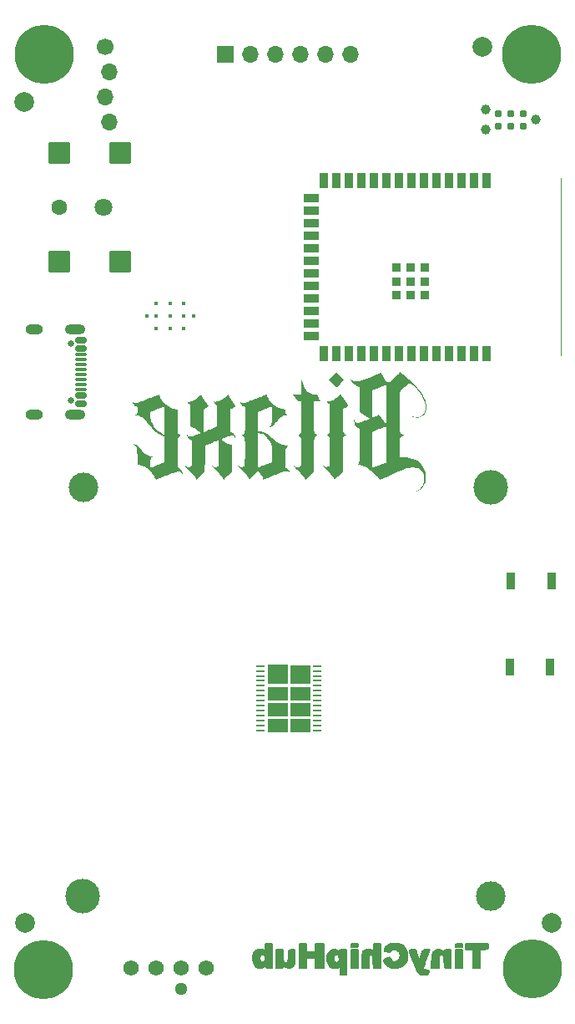
<source format=gbr>
%TF.GenerationSoftware,KiCad,Pcbnew,8.0.1*%
%TF.CreationDate,2024-07-15T09:21:23+08:00*%
%TF.ProjectId,bitaxeUltra,62697461-7865-4556-9c74-72612e6b6963,rev?*%
%TF.SameCoordinates,Original*%
%TF.FileFunction,Soldermask,Bot*%
%TF.FilePolarity,Negative*%
%FSLAX46Y46*%
G04 Gerber Fmt 4.6, Leading zero omitted, Abs format (unit mm)*
G04 Created by KiCad (PCBNEW 8.0.1) date 2024-07-15 09:21:23*
%MOMM*%
%LPD*%
G01*
G04 APERTURE LIST*
G04 Aperture macros list*
%AMRoundRect*
0 Rectangle with rounded corners*
0 $1 Rounding radius*
0 $2 $3 $4 $5 $6 $7 $8 $9 X,Y pos of 4 corners*
0 Add a 4 corners polygon primitive as box body*
4,1,4,$2,$3,$4,$5,$6,$7,$8,$9,$2,$3,0*
0 Add four circle primitives for the rounded corners*
1,1,$1+$1,$2,$3*
1,1,$1+$1,$4,$5*
1,1,$1+$1,$6,$7*
1,1,$1+$1,$8,$9*
0 Add four rect primitives between the rounded corners*
20,1,$1+$1,$2,$3,$4,$5,0*
20,1,$1+$1,$4,$5,$6,$7,0*
20,1,$1+$1,$6,$7,$8,$9,0*
20,1,$1+$1,$8,$9,$2,$3,0*%
G04 Aperture macros list end*
%ADD10C,0.200000*%
%ADD11C,0.100000*%
%ADD12C,0.010000*%
%ADD13C,0.120000*%
%ADD14C,0.000000*%
%ADD15C,3.000000*%
%ADD16C,0.800000*%
%ADD17C,6.000000*%
%ADD18R,1.700000X1.700000*%
%ADD19O,1.700000X1.700000*%
%ADD20C,3.500000*%
%ADD21C,0.400000*%
%ADD22C,1.295400*%
%ADD23C,1.574800*%
%ADD24C,1.700000*%
%ADD25C,2.000000*%
%ADD26RoundRect,0.055250X0.340750X0.055250X-0.340750X0.055250X-0.340750X-0.055250X0.340750X-0.055250X0*%
%ADD27C,0.650000*%
%ADD28RoundRect,0.150000X0.425000X-0.150000X0.425000X0.150000X-0.425000X0.150000X-0.425000X-0.150000X0*%
%ADD29RoundRect,0.075000X0.500000X-0.075000X0.500000X0.075000X-0.500000X0.075000X-0.500000X-0.075000X0*%
%ADD30O,1.800000X1.000000*%
%ADD31O,2.100000X1.000000*%
%ADD32R,0.900000X1.500000*%
%ADD33R,1.500000X0.900000*%
%ADD34R,0.900000X0.900000*%
%ADD35C,0.990600*%
%ADD36C,0.787400*%
%ADD37C,1.600000*%
%ADD38C,1.800000*%
%ADD39RoundRect,0.102000X1.000000X-1.000000X1.000000X1.000000X-1.000000X1.000000X-1.000000X-1.000000X0*%
%ADD40R,0.900000X1.800000*%
G04 APERTURE END LIST*
D10*
%TO.C,REF\u002A\u002A*%
X123222983Y-143638007D02*
X122522983Y-143638007D01*
X122522983Y-141738007D01*
X123222983Y-141738007D01*
X123222983Y-143638007D01*
G36*
X123222983Y-143638007D02*
G01*
X122522983Y-143638007D01*
X122522983Y-141738007D01*
X123222983Y-141738007D01*
X123222983Y-143638007D01*
G37*
X112622983Y-143638007D02*
X111922983Y-143638007D01*
X111922983Y-141738007D01*
X112622983Y-141738007D01*
X112622983Y-143638007D01*
G36*
X112622983Y-143638007D02*
G01*
X111922983Y-143638007D01*
X111922983Y-141738007D01*
X112622983Y-141738007D01*
X112622983Y-143638007D01*
G37*
X103464171Y-141726014D02*
X103324171Y-142106014D01*
X103144171Y-142156014D01*
X103114171Y-141956014D01*
X103464171Y-141716014D01*
X103464171Y-141726014D01*
G36*
X103464171Y-141726014D02*
G01*
X103324171Y-142106014D01*
X103144171Y-142156014D01*
X103114171Y-141956014D01*
X103464171Y-141716014D01*
X103464171Y-141726014D01*
G37*
D11*
X103922983Y-141848007D02*
X103182383Y-141883227D01*
X103197983Y-141865507D01*
X103220866Y-141657562D01*
X103226769Y-141423814D01*
X103268816Y-141193007D01*
X103353977Y-141148186D01*
X103922983Y-141138007D01*
X103922983Y-141848007D01*
G36*
X103922983Y-141848007D02*
G01*
X103182383Y-141883227D01*
X103197983Y-141865507D01*
X103220866Y-141657562D01*
X103226769Y-141423814D01*
X103268816Y-141193007D01*
X103353977Y-141148186D01*
X103922983Y-141138007D01*
X103922983Y-141848007D01*
G37*
D10*
X111422983Y-144338007D02*
X111034050Y-144334995D01*
X110945525Y-144325970D01*
X110901561Y-144310772D01*
X110866823Y-144279833D01*
X110839707Y-144228318D01*
X110826659Y-144055391D01*
X110822983Y-143541833D01*
X111424171Y-143436014D01*
X111422983Y-144338007D01*
G36*
X111422983Y-144338007D02*
G01*
X111034050Y-144334995D01*
X110945525Y-144325970D01*
X110901561Y-144310772D01*
X110866823Y-144279833D01*
X110839707Y-144228318D01*
X110826659Y-144055391D01*
X110822983Y-143541833D01*
X111424171Y-143436014D01*
X111422983Y-144338007D01*
G37*
X103922983Y-143638007D02*
X103631316Y-143638007D01*
X103516322Y-143628784D01*
X103411863Y-143601288D01*
X103331966Y-143561009D01*
X103249721Y-143442731D01*
X103054632Y-143071270D01*
X103163207Y-142938412D01*
X103199419Y-142844031D01*
X103223184Y-142726171D01*
X103228881Y-142606073D01*
X103215833Y-142490895D01*
X103183579Y-142379560D01*
X103922983Y-141138007D01*
X103922983Y-143638007D01*
G36*
X103922983Y-143638007D02*
G01*
X103631316Y-143638007D01*
X103516322Y-143628784D01*
X103411863Y-143601288D01*
X103331966Y-143561009D01*
X103249721Y-143442731D01*
X103054632Y-143071270D01*
X103163207Y-142938412D01*
X103199419Y-142844031D01*
X103223184Y-142726171D01*
X103228881Y-142606073D01*
X103215833Y-142490895D01*
X103183579Y-142379560D01*
X103922983Y-141138007D01*
X103922983Y-143638007D01*
G37*
X109122983Y-143638007D02*
X108322983Y-143638007D01*
X108322983Y-142638007D01*
X107422983Y-142638007D01*
X107422983Y-143638007D01*
X106722983Y-143638007D01*
X106722983Y-141138007D01*
X107183572Y-141140657D01*
X107341024Y-141163145D01*
X107406494Y-141246754D01*
X107416170Y-141304643D01*
X107422983Y-142038007D01*
X108322983Y-142038007D01*
X108322983Y-141138007D01*
X109122983Y-141138007D01*
X109122983Y-143638007D01*
G36*
X109122983Y-143638007D02*
G01*
X108322983Y-143638007D01*
X108322983Y-142638007D01*
X107422983Y-142638007D01*
X107422983Y-143638007D01*
X106722983Y-143638007D01*
X106722983Y-141138007D01*
X107183572Y-141140657D01*
X107341024Y-141163145D01*
X107406494Y-141246754D01*
X107416170Y-141304643D01*
X107422983Y-142038007D01*
X108322983Y-142038007D01*
X108322983Y-141138007D01*
X109122983Y-141138007D01*
X109122983Y-143638007D01*
G37*
X125810910Y-141615581D02*
X125764650Y-141694257D01*
X125712973Y-141721334D01*
X125422983Y-141738007D01*
X125022983Y-141738007D01*
X125022983Y-143638007D01*
X124322983Y-143638007D01*
X124322983Y-141738007D01*
X123801149Y-141734170D01*
X123679315Y-141730333D01*
X123627678Y-141719459D01*
X123581316Y-141694257D01*
X123550309Y-141659548D01*
X123535056Y-141615581D01*
X123526006Y-141526999D01*
X123522983Y-141438007D01*
X123522983Y-141138007D01*
X125822983Y-141138007D01*
X125810910Y-141615581D01*
G36*
X125810910Y-141615581D02*
G01*
X125764650Y-141694257D01*
X125712973Y-141721334D01*
X125422983Y-141738007D01*
X125022983Y-141738007D01*
X125022983Y-143638007D01*
X124322983Y-143638007D01*
X124322983Y-141738007D01*
X123801149Y-141734170D01*
X123679315Y-141730333D01*
X123627678Y-141719459D01*
X123581316Y-141694257D01*
X123550309Y-141659548D01*
X123535056Y-141615581D01*
X123526006Y-141526999D01*
X123522983Y-141438007D01*
X123522983Y-141138007D01*
X125822983Y-141138007D01*
X125810910Y-141615581D01*
G37*
X112364289Y-141140064D02*
X112506493Y-141156447D01*
X112585113Y-141202993D01*
X112605254Y-141237761D01*
X112622981Y-141338007D01*
X112605253Y-141438253D01*
X112554233Y-141498721D01*
X112506499Y-141519585D01*
X112455411Y-141529789D01*
X112364290Y-141535952D01*
X112181677Y-141535950D01*
X112090555Y-141529789D01*
X112039473Y-141519567D01*
X111991733Y-141498721D01*
X111940712Y-141438253D01*
X111927449Y-141388908D01*
X111922983Y-141338007D01*
X111940712Y-141237761D01*
X111991733Y-141177293D01*
X112039467Y-141156429D01*
X112090555Y-141146225D01*
X112181676Y-141140062D01*
X112272983Y-141138007D01*
X112364289Y-141140064D01*
G36*
X112364289Y-141140064D02*
G01*
X112506493Y-141156447D01*
X112585113Y-141202993D01*
X112605254Y-141237761D01*
X112622981Y-141338007D01*
X112605253Y-141438253D01*
X112554233Y-141498721D01*
X112506499Y-141519585D01*
X112455411Y-141529789D01*
X112364290Y-141535952D01*
X112181677Y-141535950D01*
X112090555Y-141529789D01*
X112039473Y-141519567D01*
X111991733Y-141498721D01*
X111940712Y-141438253D01*
X111927449Y-141388908D01*
X111922983Y-141338007D01*
X111940712Y-141237761D01*
X111991733Y-141177293D01*
X112039467Y-141156429D01*
X112090555Y-141146225D01*
X112181676Y-141140062D01*
X112272983Y-141138007D01*
X112364289Y-141140064D01*
G37*
X122964289Y-141140064D02*
X123106493Y-141156447D01*
X123154233Y-141177293D01*
X123205254Y-141237761D01*
X123218517Y-141287106D01*
X123222983Y-141338007D01*
X123218516Y-141388908D01*
X123205254Y-141438253D01*
X123185086Y-141472999D01*
X123154233Y-141498721D01*
X123106499Y-141519585D01*
X123055411Y-141529789D01*
X122964290Y-141535952D01*
X122781677Y-141535950D01*
X122690555Y-141529789D01*
X122639473Y-141519567D01*
X122591733Y-141498721D01*
X122560853Y-141473021D01*
X122540712Y-141438253D01*
X122522983Y-141338007D01*
X122540712Y-141237761D01*
X122591733Y-141177294D01*
X122639467Y-141156429D01*
X122690555Y-141146225D01*
X122781676Y-141140062D01*
X122872983Y-141138007D01*
X122964289Y-141140064D01*
G36*
X122964289Y-141140064D02*
G01*
X123106493Y-141156447D01*
X123154233Y-141177293D01*
X123205254Y-141237761D01*
X123218517Y-141287106D01*
X123222983Y-141338007D01*
X123218516Y-141388908D01*
X123205254Y-141438253D01*
X123185086Y-141472999D01*
X123154233Y-141498721D01*
X123106499Y-141519585D01*
X123055411Y-141529789D01*
X122964290Y-141535952D01*
X122781677Y-141535950D01*
X122690555Y-141529789D01*
X122639473Y-141519567D01*
X122591733Y-141498721D01*
X122560853Y-141473021D01*
X122540712Y-141438253D01*
X122522983Y-141338007D01*
X122540712Y-141237761D01*
X122591733Y-141177294D01*
X122639467Y-141156429D01*
X122690555Y-141146225D01*
X122781676Y-141140062D01*
X122872983Y-141138007D01*
X122964289Y-141140064D01*
G37*
X114922983Y-143638007D02*
X114232121Y-143638007D01*
X114202552Y-142963007D01*
X114179565Y-142573500D01*
X114144434Y-142401078D01*
X114079973Y-142319110D01*
X113972983Y-142288007D01*
X113826768Y-142354591D01*
X113776520Y-142496263D01*
X113765190Y-142594025D01*
X113754302Y-142778516D01*
X113734171Y-143126014D01*
X113713845Y-143638007D01*
X113022983Y-143638007D01*
X113027550Y-142740897D01*
X113042937Y-142438300D01*
X113060965Y-142305846D01*
X113108961Y-142102371D01*
X113178653Y-141960258D01*
X113248788Y-141880722D01*
X113334776Y-141818669D01*
X113437499Y-141772836D01*
X113546958Y-141746928D01*
X113668250Y-141740438D01*
X113788889Y-141754585D01*
X113912375Y-141789329D01*
X114029557Y-141841525D01*
X114082888Y-141866413D01*
X114138617Y-141885331D01*
X114192413Y-141864908D01*
X114211798Y-141822617D01*
X114220718Y-141659049D01*
X114222983Y-141541525D01*
X114230879Y-141286953D01*
X114269667Y-141191830D01*
X114355201Y-141147966D01*
X114463978Y-141140498D01*
X114922983Y-141138007D01*
X114922983Y-143638007D01*
G36*
X114922983Y-143638007D02*
G01*
X114232121Y-143638007D01*
X114202552Y-142963007D01*
X114179565Y-142573500D01*
X114144434Y-142401078D01*
X114079973Y-142319110D01*
X113972983Y-142288007D01*
X113826768Y-142354591D01*
X113776520Y-142496263D01*
X113765190Y-142594025D01*
X113754302Y-142778516D01*
X113734171Y-143126014D01*
X113713845Y-143638007D01*
X113022983Y-143638007D01*
X113027550Y-142740897D01*
X113042937Y-142438300D01*
X113060965Y-142305846D01*
X113108961Y-142102371D01*
X113178653Y-141960258D01*
X113248788Y-141880722D01*
X113334776Y-141818669D01*
X113437499Y-141772836D01*
X113546958Y-141746928D01*
X113668250Y-141740438D01*
X113788889Y-141754585D01*
X113912375Y-141789329D01*
X114029557Y-141841525D01*
X114082888Y-141866413D01*
X114138617Y-141885331D01*
X114192413Y-141864908D01*
X114211798Y-141822617D01*
X114220718Y-141659049D01*
X114222983Y-141541525D01*
X114230879Y-141286953D01*
X114269667Y-141191830D01*
X114355201Y-141147966D01*
X114463978Y-141140498D01*
X114922983Y-141138007D01*
X114922983Y-143638007D01*
G37*
X105022983Y-142279828D02*
X105036223Y-142710777D01*
X105052598Y-142835987D01*
X105085991Y-142957767D01*
X105123376Y-143029821D01*
X105247086Y-143125276D01*
X105322983Y-143138007D01*
X105398878Y-143125271D01*
X105466462Y-143088462D01*
X105522583Y-143029816D01*
X105559975Y-142957767D01*
X105611477Y-142654365D01*
X105622983Y-142279828D01*
X105628774Y-141928724D01*
X105661825Y-141808159D01*
X105739958Y-141753030D01*
X105831163Y-141741769D01*
X105922983Y-141738007D01*
X106222983Y-141738007D01*
X106222983Y-142530864D01*
X106215078Y-142919406D01*
X106205633Y-143051367D01*
X106188073Y-143182495D01*
X106140517Y-143363689D01*
X106065840Y-143480864D01*
X105989232Y-143542314D01*
X105791891Y-143616698D01*
X105679369Y-143631903D01*
X105558199Y-143631454D01*
X105324398Y-143582654D01*
X105127977Y-143492589D01*
X105051396Y-143485059D01*
X105016662Y-143557638D01*
X104920170Y-143607599D01*
X104740141Y-143636127D01*
X104322983Y-143638007D01*
X104322983Y-141738007D01*
X105022983Y-141738007D01*
X105022983Y-142279828D01*
G36*
X105022983Y-142279828D02*
G01*
X105036223Y-142710777D01*
X105052598Y-142835987D01*
X105085991Y-142957767D01*
X105123376Y-143029821D01*
X105247086Y-143125276D01*
X105322983Y-143138007D01*
X105398878Y-143125271D01*
X105466462Y-143088462D01*
X105522583Y-143029816D01*
X105559975Y-142957767D01*
X105611477Y-142654365D01*
X105622983Y-142279828D01*
X105628774Y-141928724D01*
X105661825Y-141808159D01*
X105739958Y-141753030D01*
X105831163Y-141741769D01*
X105922983Y-141738007D01*
X106222983Y-141738007D01*
X106222983Y-142530864D01*
X106215078Y-142919406D01*
X106205633Y-143051367D01*
X106188073Y-143182495D01*
X106140517Y-143363689D01*
X106065840Y-143480864D01*
X105989232Y-143542314D01*
X105791891Y-143616698D01*
X105679369Y-143631903D01*
X105558199Y-143631454D01*
X105324398Y-143582654D01*
X105127977Y-143492589D01*
X105051396Y-143485059D01*
X105016662Y-143557638D01*
X104920170Y-143607599D01*
X104740141Y-143636127D01*
X104322983Y-143638007D01*
X104322983Y-141738007D01*
X105022983Y-141738007D01*
X105022983Y-142279828D01*
G37*
X111424171Y-143436014D02*
X110822983Y-143541833D01*
X110504171Y-143596014D01*
X110199024Y-143609839D01*
X110000626Y-143591003D01*
X109853792Y-143541147D01*
X109729498Y-143448432D01*
X109630942Y-143314430D01*
X109572898Y-143158543D01*
X109528320Y-142851752D01*
X109526001Y-142621641D01*
X109533126Y-142386136D01*
X109598654Y-142160261D01*
X109638835Y-142090667D01*
X109754428Y-141955438D01*
X109953071Y-141816182D01*
X110059488Y-141773202D01*
X110286504Y-141743648D01*
X110629557Y-141841525D01*
X110606546Y-142296442D01*
X110464081Y-142247127D01*
X110324669Y-142309452D01*
X110210551Y-142475358D01*
X110164034Y-142688968D01*
X110174840Y-142802145D01*
X110207126Y-142911157D01*
X110322451Y-143077282D01*
X110478645Y-143138007D01*
X110561053Y-143120967D01*
X110629910Y-143072599D01*
X110695288Y-142987217D01*
X110742191Y-142890447D01*
X110772806Y-142775656D01*
X110788246Y-142682126D01*
X110782464Y-142657245D01*
X110729753Y-142450656D01*
X110606546Y-142296442D01*
X110809364Y-141879441D01*
X110844149Y-141801776D01*
X111008065Y-141745546D01*
X111422983Y-141738007D01*
X111424171Y-143436014D01*
G36*
X111424171Y-143436014D02*
G01*
X110822983Y-143541833D01*
X110504171Y-143596014D01*
X110199024Y-143609839D01*
X110000626Y-143591003D01*
X109853792Y-143541147D01*
X109729498Y-143448432D01*
X109630942Y-143314430D01*
X109572898Y-143158543D01*
X109528320Y-142851752D01*
X109526001Y-142621641D01*
X109533126Y-142386136D01*
X109598654Y-142160261D01*
X109638835Y-142090667D01*
X109754428Y-141955438D01*
X109953071Y-141816182D01*
X110059488Y-141773202D01*
X110286504Y-141743648D01*
X110629557Y-141841525D01*
X110606546Y-142296442D01*
X110464081Y-142247127D01*
X110324669Y-142309452D01*
X110210551Y-142475358D01*
X110164034Y-142688968D01*
X110174840Y-142802145D01*
X110207126Y-142911157D01*
X110322451Y-143077282D01*
X110478645Y-143138007D01*
X110561053Y-143120967D01*
X110629910Y-143072599D01*
X110695288Y-142987217D01*
X110742191Y-142890447D01*
X110772806Y-142775656D01*
X110788246Y-142682126D01*
X110782464Y-142657245D01*
X110729753Y-142450656D01*
X110606546Y-142296442D01*
X110809364Y-141879441D01*
X110844149Y-141801776D01*
X111008065Y-141745546D01*
X111422983Y-141738007D01*
X111424171Y-143436014D01*
G37*
X102962009Y-141774814D02*
X103037771Y-141807471D01*
X103102983Y-141858007D01*
X103159116Y-141887176D01*
X103182383Y-141883227D01*
X103075513Y-142258800D01*
X102913176Y-142238833D01*
X102826433Y-142273438D01*
X102753476Y-142331738D01*
X102695939Y-142411701D01*
X102660163Y-142503485D01*
X102641320Y-142614138D01*
X102639711Y-142726372D01*
X102695115Y-142915947D01*
X102747632Y-142986908D01*
X102816776Y-143041795D01*
X102897192Y-143076246D01*
X103150061Y-143482067D01*
X103030027Y-143574644D01*
X102931471Y-143611917D01*
X102680095Y-143631061D01*
X102550193Y-143611109D01*
X102319998Y-143517967D01*
X102228561Y-143443585D01*
X102096138Y-143271987D01*
X102011578Y-143072407D01*
X101964622Y-142826523D01*
X101959394Y-142576251D01*
X101974171Y-142456014D01*
X102024171Y-142206014D01*
X102072307Y-142112572D01*
X102177859Y-141951751D01*
X102330124Y-141834185D01*
X102529296Y-141761958D01*
X102755130Y-141742310D01*
X102962009Y-141774814D01*
G36*
X102962009Y-141774814D02*
G01*
X103037771Y-141807471D01*
X103102983Y-141858007D01*
X103159116Y-141887176D01*
X103182383Y-141883227D01*
X103075513Y-142258800D01*
X102913176Y-142238833D01*
X102826433Y-142273438D01*
X102753476Y-142331738D01*
X102695939Y-142411701D01*
X102660163Y-142503485D01*
X102641320Y-142614138D01*
X102639711Y-142726372D01*
X102695115Y-142915947D01*
X102747632Y-142986908D01*
X102816776Y-143041795D01*
X102897192Y-143076246D01*
X103150061Y-143482067D01*
X103030027Y-143574644D01*
X102931471Y-143611917D01*
X102680095Y-143631061D01*
X102550193Y-143611109D01*
X102319998Y-143517967D01*
X102228561Y-143443585D01*
X102096138Y-143271987D01*
X102011578Y-143072407D01*
X101964622Y-142826523D01*
X101959394Y-142576251D01*
X101974171Y-142456014D01*
X102024171Y-142206014D01*
X102072307Y-142112572D01*
X102177859Y-141951751D01*
X102330124Y-141834185D01*
X102529296Y-141761958D01*
X102755130Y-141742310D01*
X102962009Y-141774814D01*
G37*
X103182383Y-141883227D02*
X103197983Y-141865507D01*
X103213567Y-141812308D01*
X103220866Y-141657562D01*
X103226769Y-141423814D01*
X103230556Y-141289621D01*
X103268816Y-141193007D01*
X103353977Y-141148186D01*
X103922983Y-141138007D01*
X103182383Y-141883227D01*
G36*
X103182383Y-141883227D02*
G01*
X103197983Y-141865507D01*
X103213567Y-141812308D01*
X103220866Y-141657562D01*
X103226769Y-141423814D01*
X103230556Y-141289621D01*
X103268816Y-141193007D01*
X103353977Y-141148186D01*
X103922983Y-141138007D01*
X103182383Y-141883227D01*
G37*
X122022983Y-143638007D02*
X121735002Y-143638007D01*
X121648515Y-143633293D01*
X121563053Y-143619210D01*
X121514791Y-143597074D01*
X121479940Y-143557014D01*
X121436317Y-143409765D01*
X121391022Y-142894397D01*
X121354670Y-142622456D01*
X121322661Y-142496313D01*
X121269586Y-142377486D01*
X121216619Y-142312591D01*
X121144314Y-142270296D01*
X121061895Y-142256047D01*
X120979705Y-142271590D01*
X120936381Y-142297269D01*
X120903994Y-142335837D01*
X120875349Y-142394910D01*
X120856284Y-142457732D01*
X120835860Y-142582585D01*
X120829028Y-142708913D01*
X120826006Y-142846891D01*
X120824171Y-143076014D01*
X120822983Y-143638007D01*
X120122983Y-143638007D01*
X120122983Y-142994517D01*
X120130072Y-142729549D01*
X120140696Y-142597536D01*
X120182115Y-142236688D01*
X120219446Y-142097310D01*
X120278316Y-141986440D01*
X120362759Y-141893556D01*
X120469523Y-141821746D01*
X120589945Y-141776427D01*
X120727134Y-141757235D01*
X120865312Y-141767034D01*
X121142386Y-141867664D01*
X121220794Y-141910411D01*
X121334555Y-141966959D01*
X121372015Y-141973054D01*
X121409186Y-141950082D01*
X121428280Y-141850702D01*
X121499583Y-141775119D01*
X121592962Y-141746877D01*
X121657821Y-141740227D01*
X121722983Y-141738007D01*
X122022983Y-141738007D01*
X122022983Y-143638007D01*
G36*
X122022983Y-143638007D02*
G01*
X121735002Y-143638007D01*
X121648515Y-143633293D01*
X121563053Y-143619210D01*
X121514791Y-143597074D01*
X121479940Y-143557014D01*
X121436317Y-143409765D01*
X121391022Y-142894397D01*
X121354670Y-142622456D01*
X121322661Y-142496313D01*
X121269586Y-142377486D01*
X121216619Y-142312591D01*
X121144314Y-142270296D01*
X121061895Y-142256047D01*
X120979705Y-142271590D01*
X120936381Y-142297269D01*
X120903994Y-142335837D01*
X120875349Y-142394910D01*
X120856284Y-142457732D01*
X120835860Y-142582585D01*
X120829028Y-142708913D01*
X120826006Y-142846891D01*
X120824171Y-143076014D01*
X120822983Y-143638007D01*
X120122983Y-143638007D01*
X120122983Y-142994517D01*
X120130072Y-142729549D01*
X120140696Y-142597536D01*
X120182115Y-142236688D01*
X120219446Y-142097310D01*
X120278316Y-141986440D01*
X120362759Y-141893556D01*
X120469523Y-141821746D01*
X120589945Y-141776427D01*
X120727134Y-141757235D01*
X120865312Y-141767034D01*
X121142386Y-141867664D01*
X121220794Y-141910411D01*
X121334555Y-141966959D01*
X121372015Y-141973054D01*
X121409186Y-141950082D01*
X121428280Y-141850702D01*
X121499583Y-141775119D01*
X121592962Y-141746877D01*
X121657821Y-141740227D01*
X121722983Y-141738007D01*
X122022983Y-141738007D01*
X122022983Y-143638007D01*
G37*
X116757492Y-141167194D02*
X116984171Y-141236014D01*
X117212348Y-141370894D01*
X117390532Y-141567126D01*
X117531209Y-141834135D01*
X117614595Y-142124190D01*
X117639084Y-142434352D01*
X117602279Y-142743294D01*
X117505859Y-143011344D01*
X117344739Y-143246261D01*
X117134760Y-143428193D01*
X116885661Y-143551235D01*
X116589672Y-143621651D01*
X116285644Y-143633300D01*
X115996815Y-143586174D01*
X115723606Y-143481293D01*
X115511212Y-143326051D01*
X115359391Y-143111198D01*
X115289137Y-142967585D01*
X115224379Y-142817184D01*
X115254846Y-142756570D01*
X115823035Y-142547429D01*
X115851774Y-142546536D01*
X115888339Y-142581564D01*
X115945486Y-142685792D01*
X116013790Y-142814592D01*
X116110120Y-142932856D01*
X116244793Y-143004473D01*
X116402674Y-143021572D01*
X116556340Y-142981479D01*
X116707632Y-142881576D01*
X116823582Y-142742198D01*
X116897666Y-142571945D01*
X116922983Y-142388007D01*
X116899752Y-142215112D01*
X116831708Y-142054480D01*
X116723465Y-141916817D01*
X116583038Y-141812183D01*
X116434859Y-141757474D01*
X116277062Y-141750528D01*
X116137168Y-141794188D01*
X116023785Y-141887040D01*
X115953065Y-141947687D01*
X115812395Y-141990663D01*
X115682294Y-141982338D01*
X115510289Y-141939839D01*
X115376678Y-141897363D01*
X115330470Y-141837554D01*
X115348373Y-141722469D01*
X115370939Y-141644446D01*
X115451550Y-141491865D01*
X115580433Y-141377115D01*
X115788027Y-141270739D01*
X116009213Y-141196660D01*
X116263745Y-141150545D01*
X116522194Y-141139736D01*
X116757492Y-141167194D01*
G36*
X116757492Y-141167194D02*
G01*
X116984171Y-141236014D01*
X117212348Y-141370894D01*
X117390532Y-141567126D01*
X117531209Y-141834135D01*
X117614595Y-142124190D01*
X117639084Y-142434352D01*
X117602279Y-142743294D01*
X117505859Y-143011344D01*
X117344739Y-143246261D01*
X117134760Y-143428193D01*
X116885661Y-143551235D01*
X116589672Y-143621651D01*
X116285644Y-143633300D01*
X115996815Y-143586174D01*
X115723606Y-143481293D01*
X115511212Y-143326051D01*
X115359391Y-143111198D01*
X115289137Y-142967585D01*
X115224379Y-142817184D01*
X115254846Y-142756570D01*
X115823035Y-142547429D01*
X115851774Y-142546536D01*
X115888339Y-142581564D01*
X115945486Y-142685792D01*
X116013790Y-142814592D01*
X116110120Y-142932856D01*
X116244793Y-143004473D01*
X116402674Y-143021572D01*
X116556340Y-142981479D01*
X116707632Y-142881576D01*
X116823582Y-142742198D01*
X116897666Y-142571945D01*
X116922983Y-142388007D01*
X116899752Y-142215112D01*
X116831708Y-142054480D01*
X116723465Y-141916817D01*
X116583038Y-141812183D01*
X116434859Y-141757474D01*
X116277062Y-141750528D01*
X116137168Y-141794188D01*
X116023785Y-141887040D01*
X115953065Y-141947687D01*
X115812395Y-141990663D01*
X115682294Y-141982338D01*
X115510289Y-141939839D01*
X115376678Y-141897363D01*
X115330470Y-141837554D01*
X115348373Y-141722469D01*
X115370939Y-141644446D01*
X115451550Y-141491865D01*
X115580433Y-141377115D01*
X115788027Y-141270739D01*
X116009213Y-141196660D01*
X116263745Y-141150545D01*
X116522194Y-141139736D01*
X116757492Y-141167194D01*
G37*
X118266892Y-141741931D02*
X118374141Y-141753684D01*
X118431528Y-141772975D01*
X118478523Y-141811144D01*
X118522502Y-141877210D01*
X118549153Y-141951968D01*
X118590439Y-142119987D01*
X118711821Y-142587634D01*
X118739591Y-142676444D01*
X118792870Y-142815759D01*
X118806095Y-142831939D01*
X118826089Y-142838007D01*
X118847295Y-142831515D01*
X118861239Y-142814269D01*
X118919160Y-142683788D01*
X118981927Y-142514228D01*
X119042833Y-142313007D01*
X119141208Y-141991168D01*
X119173426Y-141920457D01*
X119219777Y-141858089D01*
X119272010Y-141816223D01*
X119473383Y-141766095D01*
X119614230Y-141753114D01*
X119696497Y-141747700D01*
X119815076Y-141745803D01*
X119919419Y-141753367D01*
X119922983Y-141762538D01*
X119500987Y-142855413D01*
X119434757Y-143029398D01*
X119383087Y-143187114D01*
X119295045Y-143476673D01*
X119258674Y-143608517D01*
X119254204Y-143655109D01*
X119279994Y-143729810D01*
X119339014Y-143777866D01*
X119424708Y-143815384D01*
X119473406Y-143827836D01*
X119644211Y-143840362D01*
X119748577Y-143858922D01*
X119780359Y-143881562D01*
X119809852Y-143946827D01*
X119810269Y-144005038D01*
X119804938Y-144063007D01*
X119768827Y-144178723D01*
X119701420Y-144250575D01*
X119630227Y-144281849D01*
X119553819Y-144296279D01*
X119461005Y-144307012D01*
X119194908Y-144315549D01*
X119024602Y-144283488D01*
X118891928Y-144224648D01*
X118781595Y-144130353D01*
X118644243Y-143941355D01*
X118543084Y-143730755D01*
X117919154Y-142101673D01*
X117886126Y-141988880D01*
X117868105Y-141872741D01*
X117884051Y-141810456D01*
X117935581Y-141771998D01*
X118046042Y-141746555D01*
X118159073Y-141738007D01*
X118266892Y-141741931D01*
G36*
X118266892Y-141741931D02*
G01*
X118374141Y-141753684D01*
X118431528Y-141772975D01*
X118478523Y-141811144D01*
X118522502Y-141877210D01*
X118549153Y-141951968D01*
X118590439Y-142119987D01*
X118711821Y-142587634D01*
X118739591Y-142676444D01*
X118792870Y-142815759D01*
X118806095Y-142831939D01*
X118826089Y-142838007D01*
X118847295Y-142831515D01*
X118861239Y-142814269D01*
X118919160Y-142683788D01*
X118981927Y-142514228D01*
X119042833Y-142313007D01*
X119141208Y-141991168D01*
X119173426Y-141920457D01*
X119219777Y-141858089D01*
X119272010Y-141816223D01*
X119473383Y-141766095D01*
X119614230Y-141753114D01*
X119696497Y-141747700D01*
X119815076Y-141745803D01*
X119919419Y-141753367D01*
X119922983Y-141762538D01*
X119500987Y-142855413D01*
X119434757Y-143029398D01*
X119383087Y-143187114D01*
X119295045Y-143476673D01*
X119258674Y-143608517D01*
X119254204Y-143655109D01*
X119279994Y-143729810D01*
X119339014Y-143777866D01*
X119424708Y-143815384D01*
X119473406Y-143827836D01*
X119644211Y-143840362D01*
X119748577Y-143858922D01*
X119780359Y-143881562D01*
X119809852Y-143946827D01*
X119810269Y-144005038D01*
X119804938Y-144063007D01*
X119768827Y-144178723D01*
X119701420Y-144250575D01*
X119630227Y-144281849D01*
X119553819Y-144296279D01*
X119461005Y-144307012D01*
X119194908Y-144315549D01*
X119024602Y-144283488D01*
X118891928Y-144224648D01*
X118781595Y-144130353D01*
X118644243Y-143941355D01*
X118543084Y-143730755D01*
X117919154Y-142101673D01*
X117886126Y-141988880D01*
X117868105Y-141872741D01*
X117884051Y-141810456D01*
X117935581Y-141771998D01*
X118046042Y-141746555D01*
X118159073Y-141738007D01*
X118266892Y-141741931D01*
G37*
%TO.C,U12*%
D12*
X103470530Y-114730000D02*
X105447530Y-114730000D01*
X105447530Y-112923000D01*
X103470530Y-112923000D01*
X103470530Y-114730000D01*
G36*
X103470530Y-114730000D02*
G01*
X105447530Y-114730000D01*
X105447530Y-112923000D01*
X103470530Y-112923000D01*
X103470530Y-114730000D01*
G37*
X103470530Y-116450000D02*
X105447530Y-116450000D01*
X105447530Y-115143000D01*
X103470530Y-115143000D01*
X103470530Y-116450000D01*
G36*
X103470530Y-116450000D02*
G01*
X105447530Y-116450000D01*
X105447530Y-115143000D01*
X103470530Y-115143000D01*
X103470530Y-116450000D01*
G37*
X103480530Y-118090000D02*
X105457530Y-118090000D01*
X105457530Y-116783000D01*
X103480530Y-116783000D01*
X103480530Y-118090000D01*
G36*
X103480530Y-118090000D02*
G01*
X105457530Y-118090000D01*
X105457530Y-116783000D01*
X103480530Y-116783000D01*
X103480530Y-118090000D01*
G37*
X103480530Y-119680000D02*
X105457530Y-119680000D01*
X105457530Y-118373000D01*
X103480530Y-118373000D01*
X103480530Y-119680000D01*
G36*
X103480530Y-119680000D02*
G01*
X105457530Y-119680000D01*
X105457530Y-118373000D01*
X103480530Y-118373000D01*
X103480530Y-119680000D01*
G37*
X105759030Y-114747000D02*
X107736030Y-114747000D01*
X107736030Y-112940000D01*
X105759030Y-112940000D01*
X105759030Y-114747000D01*
G36*
X105759030Y-114747000D02*
G01*
X107736030Y-114747000D01*
X107736030Y-112940000D01*
X105759030Y-112940000D01*
X105759030Y-114747000D01*
G37*
X105759030Y-119677000D02*
X107736030Y-119677000D01*
X107736030Y-118370000D01*
X105759030Y-118370000D01*
X105759030Y-119677000D01*
G36*
X105759030Y-119677000D02*
G01*
X107736030Y-119677000D01*
X107736030Y-118370000D01*
X105759030Y-118370000D01*
X105759030Y-119677000D01*
G37*
X105765530Y-116460000D02*
X107742530Y-116460000D01*
X107742530Y-115153000D01*
X105765530Y-115153000D01*
X105765530Y-116460000D01*
G36*
X105765530Y-116460000D02*
G01*
X107742530Y-116460000D01*
X107742530Y-115153000D01*
X105765530Y-115153000D01*
X105765530Y-116460000D01*
G37*
X105770530Y-118080000D02*
X107747530Y-118080000D01*
X107747530Y-116773000D01*
X105770530Y-116773000D01*
X105770530Y-118080000D01*
G36*
X105770530Y-118080000D02*
G01*
X107747530Y-118080000D01*
X107747530Y-116773000D01*
X105770530Y-116773000D01*
X105770530Y-118080000D01*
G37*
D13*
%TO.C,U4*%
X133180000Y-81610000D02*
X133180000Y-63610000D01*
D14*
%TO.C,G\u002A\u002A\u002A*%
G36*
X110835225Y-83669191D02*
G01*
X111225774Y-84059740D01*
X110840646Y-84445290D01*
X110743775Y-84541920D01*
X110649131Y-84635592D01*
X110567917Y-84715197D01*
X110504115Y-84776859D01*
X110461707Y-84816699D01*
X110444677Y-84830841D01*
X110429633Y-84818501D01*
X110388808Y-84780268D01*
X110326321Y-84719953D01*
X110246154Y-84641434D01*
X110152289Y-84548587D01*
X110048708Y-84445290D01*
X109663579Y-84059740D01*
X110054128Y-83669191D01*
X110444677Y-83278642D01*
X110835225Y-83669191D01*
G37*
G36*
X106952962Y-84218195D02*
G01*
X107012788Y-84384727D01*
X107130174Y-84656382D01*
X107260097Y-84893409D01*
X107401616Y-85094547D01*
X107553792Y-85258537D01*
X107715685Y-85384116D01*
X107886356Y-85470027D01*
X107916657Y-85479077D01*
X107996489Y-85494470D01*
X108098933Y-85507422D01*
X108211773Y-85516200D01*
X108448024Y-85528872D01*
X108633717Y-85851383D01*
X108687239Y-85945026D01*
X108740061Y-86039000D01*
X108781920Y-86115205D01*
X108809482Y-86167559D01*
X108819410Y-86189981D01*
X108812654Y-86193248D01*
X108772106Y-86198329D01*
X108701063Y-86202393D01*
X108606604Y-86205090D01*
X108495806Y-86206067D01*
X108172203Y-86206067D01*
X108178046Y-87763614D01*
X108179056Y-88029567D01*
X108180108Y-88286071D01*
X108181182Y-88506491D01*
X108182369Y-88693760D01*
X108183761Y-88850811D01*
X108185446Y-88980576D01*
X108187518Y-89085988D01*
X108190065Y-89169980D01*
X108193180Y-89235484D01*
X108196952Y-89285434D01*
X108201474Y-89322762D01*
X108206835Y-89350400D01*
X108213126Y-89371282D01*
X108220439Y-89388341D01*
X108228864Y-89404508D01*
X108261787Y-89457864D01*
X108349332Y-89557893D01*
X108450475Y-89629877D01*
X108508694Y-89659932D01*
X108417585Y-89713326D01*
X108319765Y-89792653D01*
X108242377Y-89900266D01*
X108195128Y-90023485D01*
X108193591Y-90033321D01*
X108189824Y-90086905D01*
X108186397Y-90179408D01*
X108183334Y-90308844D01*
X108180661Y-90473224D01*
X108178401Y-90670562D01*
X108176578Y-90898870D01*
X108175218Y-91156162D01*
X108174344Y-91440449D01*
X108173980Y-91749745D01*
X108173471Y-93386531D01*
X107742630Y-93787538D01*
X107311790Y-94188545D01*
X107277386Y-94097910D01*
X107247290Y-94032073D01*
X107177868Y-93916154D01*
X107082976Y-93783702D01*
X106967059Y-93640128D01*
X106834561Y-93490847D01*
X106689927Y-93341272D01*
X106537600Y-93196816D01*
X106483754Y-93146978D01*
X106402109Y-93067371D01*
X106327474Y-92990122D01*
X106262576Y-92918696D01*
X106210143Y-92856560D01*
X106172904Y-92807181D01*
X106153586Y-92774024D01*
X106154918Y-92760556D01*
X106179628Y-92770243D01*
X106230444Y-92806551D01*
X106299366Y-92857410D01*
X106369454Y-92896819D01*
X106436950Y-92916253D01*
X106516137Y-92921454D01*
X106532152Y-92921097D01*
X106642284Y-92901731D01*
X106745371Y-92857661D01*
X106824867Y-92795630D01*
X106826684Y-92793536D01*
X106833773Y-92782700D01*
X106839814Y-92766544D01*
X106844873Y-92742039D01*
X106849018Y-92706155D01*
X106852314Y-92655863D01*
X106854829Y-92588133D01*
X106856628Y-92499937D01*
X106857778Y-92388244D01*
X106858346Y-92250025D01*
X106858398Y-92082251D01*
X106858000Y-91881892D01*
X106857219Y-91645920D01*
X106856122Y-91371304D01*
X106850337Y-89987937D01*
X106790861Y-89886750D01*
X106733692Y-89809469D01*
X106627929Y-89721251D01*
X106524473Y-89656939D01*
X106595168Y-89620671D01*
X106660367Y-89577358D01*
X106737556Y-89503287D01*
X106800898Y-89418954D01*
X106838416Y-89338263D01*
X106840403Y-89327806D01*
X106845101Y-89272011D01*
X106849184Y-89174805D01*
X106852651Y-89036374D01*
X106855498Y-88856905D01*
X106857723Y-88636583D01*
X106859323Y-88375593D01*
X106860296Y-88074124D01*
X106860639Y-87732359D01*
X106860755Y-86206067D01*
X106708307Y-86206067D01*
X106555859Y-86206067D01*
X106282673Y-85867470D01*
X106009487Y-85528872D01*
X106435121Y-85523240D01*
X106860755Y-85517608D01*
X106861024Y-84731444D01*
X106861292Y-83945279D01*
X106952962Y-84218195D01*
G37*
G36*
X110875684Y-85508401D02*
G01*
X110901173Y-85546235D01*
X110945271Y-85612062D01*
X111005209Y-85701741D01*
X111078222Y-85811131D01*
X111161542Y-85936090D01*
X111252402Y-86072478D01*
X111628268Y-86636921D01*
X111578013Y-86701135D01*
X111533263Y-86747758D01*
X111443903Y-86815237D01*
X111334780Y-86877924D01*
X111218190Y-86928062D01*
X111111453Y-86965971D01*
X111111453Y-88107771D01*
X111111446Y-88275760D01*
X111111559Y-88507622D01*
X111112114Y-88703489D01*
X111113445Y-88866832D01*
X111115885Y-89001120D01*
X111119767Y-89109823D01*
X111125425Y-89196412D01*
X111133192Y-89264355D01*
X111143400Y-89317123D01*
X111156384Y-89358185D01*
X111172477Y-89391011D01*
X111192011Y-89419071D01*
X111215321Y-89445835D01*
X111242739Y-89474772D01*
X111256864Y-89488805D01*
X111322178Y-89541654D01*
X111387734Y-89580913D01*
X111466066Y-89616790D01*
X111381498Y-89654924D01*
X111375494Y-89657712D01*
X111281872Y-89720387D01*
X111198671Y-89808646D01*
X111140101Y-89907615D01*
X111138050Y-89913353D01*
X111132956Y-89936914D01*
X111128511Y-89974168D01*
X111124674Y-90027659D01*
X111121401Y-90099929D01*
X111118649Y-90193524D01*
X111116374Y-90310985D01*
X111114534Y-90454858D01*
X111113085Y-90627686D01*
X111111983Y-90832012D01*
X111111187Y-91070380D01*
X111110652Y-91345334D01*
X111110335Y-91659417D01*
X111109217Y-93342654D01*
X110688391Y-93742728D01*
X110674494Y-93755934D01*
X110565705Y-93858938D01*
X110467267Y-93951493D01*
X110383136Y-94029930D01*
X110317265Y-94090579D01*
X110273609Y-94129771D01*
X110256123Y-94143836D01*
X110253726Y-94142893D01*
X110237968Y-94118544D01*
X110218096Y-94071351D01*
X110201334Y-94030446D01*
X110153397Y-93941437D01*
X110083781Y-93838666D01*
X109990413Y-93719559D01*
X109871219Y-93581541D01*
X109724123Y-93422036D01*
X109547051Y-93238470D01*
X109543132Y-93234475D01*
X109396872Y-93084228D01*
X109277197Y-92958886D01*
X109184596Y-92859026D01*
X109119552Y-92785223D01*
X109082554Y-92738053D01*
X109074086Y-92718092D01*
X109094636Y-92725916D01*
X109144690Y-92762100D01*
X109161332Y-92775007D01*
X109222126Y-92820072D01*
X109267670Y-92847117D01*
X109311821Y-92863145D01*
X109368432Y-92875156D01*
X109424247Y-92880245D01*
X109532354Y-92868158D01*
X109635541Y-92832791D01*
X109716601Y-92778902D01*
X109777901Y-92720173D01*
X109777784Y-91364474D01*
X109777450Y-91061641D01*
X109776407Y-90777058D01*
X109774652Y-90533703D01*
X109772182Y-90331350D01*
X109768993Y-90169770D01*
X109765081Y-90048738D01*
X109760444Y-89968026D01*
X109755076Y-89927406D01*
X109729641Y-89873164D01*
X109684106Y-89807892D01*
X109627056Y-89741021D01*
X109567001Y-89681715D01*
X109512452Y-89639140D01*
X109471918Y-89622460D01*
X109461738Y-89621456D01*
X109460241Y-89611288D01*
X109496605Y-89588775D01*
X109590651Y-89524440D01*
X109677420Y-89436473D01*
X109738314Y-89341998D01*
X109739156Y-89340168D01*
X109746794Y-89321373D01*
X109753334Y-89298885D01*
X109758862Y-89269539D01*
X109763465Y-89230169D01*
X109767229Y-89177612D01*
X109770239Y-89108701D01*
X109772582Y-89020272D01*
X109774344Y-88909160D01*
X109775610Y-88772200D01*
X109776467Y-88606226D01*
X109777001Y-88408073D01*
X109777298Y-88174578D01*
X109777443Y-87902574D01*
X109777901Y-86546497D01*
X109723429Y-86517344D01*
X109717003Y-86513566D01*
X109670874Y-86477206D01*
X109611948Y-86421367D01*
X109551012Y-86357292D01*
X109498855Y-86296221D01*
X109466268Y-86249396D01*
X109462396Y-86239552D01*
X109467939Y-86227474D01*
X109494743Y-86220368D01*
X109549610Y-86216913D01*
X109639339Y-86215787D01*
X109644743Y-86215764D01*
X109745420Y-86213103D01*
X109821565Y-86204306D01*
X109889472Y-86186406D01*
X109965431Y-86156439D01*
X110083913Y-86098122D01*
X110261573Y-85989272D01*
X110451696Y-85850389D01*
X110649303Y-85684906D01*
X110675153Y-85662002D01*
X110750198Y-85596617D01*
X110811604Y-85544759D01*
X110853607Y-85511228D01*
X110870442Y-85500822D01*
X110875684Y-85508401D01*
G37*
G36*
X94321726Y-88203688D02*
G01*
X94327450Y-89345307D01*
X94390708Y-89447836D01*
X94449755Y-89524977D01*
X94562645Y-89615543D01*
X94671323Y-89680721D01*
X94606011Y-89707774D01*
X94543402Y-89739855D01*
X94442182Y-89826730D01*
X94366349Y-89945412D01*
X94317438Y-90050447D01*
X94317235Y-91492995D01*
X94317031Y-92935544D01*
X94374332Y-92949316D01*
X94504813Y-92999651D01*
X94623731Y-93085425D01*
X94720321Y-93199404D01*
X94789662Y-93335721D01*
X94826830Y-93488511D01*
X94839564Y-93592695D01*
X94798954Y-93519767D01*
X94767864Y-93468659D01*
X94696223Y-93385706D01*
X94612548Y-93336540D01*
X94509179Y-93315767D01*
X94396328Y-93317778D01*
X94279739Y-93339423D01*
X94277012Y-93340249D01*
X94230067Y-93356189D01*
X94151537Y-93384567D01*
X94045832Y-93423686D01*
X93917364Y-93471846D01*
X93770541Y-93527347D01*
X93609773Y-93588491D01*
X93439472Y-93653579D01*
X93264047Y-93720910D01*
X93087908Y-93788787D01*
X92915465Y-93855510D01*
X92751128Y-93919380D01*
X92599308Y-93978697D01*
X92464414Y-94031763D01*
X92350857Y-94076879D01*
X92263046Y-94112345D01*
X92205393Y-94136462D01*
X92182306Y-94147531D01*
X92156950Y-94162429D01*
X92123410Y-94161789D01*
X92108335Y-94137849D01*
X92107708Y-94130648D01*
X92092011Y-94080784D01*
X92058316Y-94005401D01*
X92010789Y-93911903D01*
X91953592Y-93807696D01*
X91890888Y-93700184D01*
X91826843Y-93596772D01*
X91765618Y-93504865D01*
X91711378Y-93431868D01*
X91633746Y-93341345D01*
X91428675Y-93144290D01*
X91199837Y-92976294D01*
X90952588Y-92840495D01*
X90692285Y-92740029D01*
X90424283Y-92678034D01*
X90264283Y-92653320D01*
X90251592Y-91883221D01*
X90250405Y-91812732D01*
X90246370Y-91603183D01*
X90241813Y-91429431D01*
X90236204Y-91286956D01*
X90229012Y-91171235D01*
X90219709Y-91077750D01*
X90207764Y-91001978D01*
X90192648Y-90939400D01*
X90173831Y-90885494D01*
X90150784Y-90835740D01*
X90122975Y-90785617D01*
X90120847Y-90782042D01*
X90055158Y-90699440D01*
X89968535Y-90624924D01*
X89878803Y-90573944D01*
X89873811Y-90570360D01*
X89893019Y-90568784D01*
X89941313Y-90573315D01*
X90042375Y-90597494D01*
X90160102Y-90644707D01*
X90275032Y-90706919D01*
X90371015Y-90776491D01*
X90398820Y-90803695D01*
X90454315Y-90864996D01*
X90523987Y-90947126D01*
X90601656Y-91042752D01*
X90681141Y-91144537D01*
X90734840Y-91213508D01*
X90818912Y-91317242D01*
X90899591Y-91412229D01*
X90969785Y-91490190D01*
X91022398Y-91542845D01*
X91062638Y-91577211D01*
X91215232Y-91682141D01*
X91381116Y-91762486D01*
X91549910Y-91813887D01*
X91711234Y-91831990D01*
X91805458Y-91831990D01*
X91727919Y-91884679D01*
X91726511Y-91885637D01*
X91680191Y-91919536D01*
X91644507Y-91954123D01*
X91617967Y-91995254D01*
X91599082Y-92048782D01*
X91586361Y-92120563D01*
X91578314Y-92216452D01*
X91573451Y-92342305D01*
X91570280Y-92503975D01*
X91570271Y-92504579D01*
X91568454Y-92654882D01*
X91568425Y-92767967D01*
X91570389Y-92848244D01*
X91574549Y-92900125D01*
X91581111Y-92928019D01*
X91590277Y-92936337D01*
X91591076Y-92936279D01*
X91620124Y-92927830D01*
X91682001Y-92906515D01*
X91771195Y-92874430D01*
X91882191Y-92833666D01*
X92009476Y-92786318D01*
X92147538Y-92734478D01*
X92290864Y-92680241D01*
X92433940Y-92625699D01*
X92571254Y-92572945D01*
X92697292Y-92524073D01*
X92806541Y-92481175D01*
X92893488Y-92446347D01*
X92952621Y-92421679D01*
X92978425Y-92409267D01*
X92980554Y-92406582D01*
X92985763Y-92388149D01*
X92990120Y-92351420D01*
X92993668Y-92293796D01*
X92996447Y-92212681D01*
X92998497Y-92105477D01*
X92999861Y-91969587D01*
X93000578Y-91802416D01*
X93000690Y-91601364D01*
X93000238Y-91363836D01*
X92999262Y-91087234D01*
X92993897Y-89785247D01*
X92845552Y-89747576D01*
X92795197Y-89733623D01*
X92584188Y-89650458D01*
X92373511Y-89528486D01*
X92166508Y-89369879D01*
X91966522Y-89176806D01*
X91954304Y-89163562D01*
X91894802Y-89097043D01*
X91816697Y-89007551D01*
X91726200Y-88902295D01*
X91629520Y-88788485D01*
X91532865Y-88673329D01*
X91411974Y-88529984D01*
X91249584Y-88344170D01*
X91104594Y-88187826D01*
X90973619Y-88057822D01*
X90853274Y-87951029D01*
X90740175Y-87864315D01*
X90630938Y-87794552D01*
X90522177Y-87738608D01*
X90514875Y-87735308D01*
X90404294Y-87692014D01*
X90286919Y-87656257D01*
X90177336Y-87631939D01*
X90090130Y-87622966D01*
X90018498Y-87622966D01*
X90056588Y-87597653D01*
X91567307Y-87597653D01*
X91567708Y-87650108D01*
X91576720Y-87862890D01*
X91599702Y-88047668D01*
X91639589Y-88214539D01*
X91699311Y-88373600D01*
X91781803Y-88534948D01*
X91889995Y-88708680D01*
X91917006Y-88748242D01*
X92050892Y-88921724D01*
X92203075Y-89088150D01*
X92366516Y-89241311D01*
X92534179Y-89374999D01*
X92699026Y-89483007D01*
X92854021Y-89559125D01*
X92900901Y-89576869D01*
X92955065Y-89595307D01*
X92984250Y-89602457D01*
X92987222Y-89592193D01*
X92991070Y-89543051D01*
X92994468Y-89454586D01*
X92997396Y-89328175D01*
X92999836Y-89165195D01*
X93001767Y-88967024D01*
X93003170Y-88735040D01*
X93004026Y-88470619D01*
X93004316Y-88175140D01*
X93004259Y-88026074D01*
X93003937Y-87793751D01*
X93003352Y-87576138D01*
X93002527Y-87376604D01*
X93001489Y-87198520D01*
X93000260Y-87045257D01*
X92998866Y-86920185D01*
X92997331Y-86826675D01*
X92995680Y-86768097D01*
X92993937Y-86747822D01*
X92991503Y-86748422D01*
X92959821Y-86759684D01*
X92896275Y-86783599D01*
X92806237Y-86818064D01*
X92695077Y-86860979D01*
X92568166Y-86910239D01*
X92430874Y-86963742D01*
X92288571Y-87019386D01*
X92146628Y-87075069D01*
X92010417Y-87128688D01*
X91885306Y-87178140D01*
X91776668Y-87221323D01*
X91689872Y-87256135D01*
X91630289Y-87280473D01*
X91603290Y-87292234D01*
X91594124Y-87298428D01*
X91582050Y-87315882D01*
X91574136Y-87347708D01*
X91569576Y-87400731D01*
X91567568Y-87481772D01*
X91567307Y-87597653D01*
X90056588Y-87597653D01*
X90089298Y-87575915D01*
X90109228Y-87560563D01*
X90163325Y-87502836D01*
X90206982Y-87436061D01*
X90217845Y-87413574D01*
X90233814Y-87371933D01*
X90244274Y-87324765D01*
X90250353Y-87263036D01*
X90253174Y-87177714D01*
X90253865Y-87059764D01*
X90253865Y-86776270D01*
X90143230Y-86741395D01*
X90058403Y-86706242D01*
X89939051Y-86622638D01*
X89843108Y-86510508D01*
X89775444Y-86376095D01*
X89740927Y-86225641D01*
X89729100Y-86112301D01*
X89775716Y-86202561D01*
X89838802Y-86289077D01*
X89932429Y-86361967D01*
X90039340Y-86403558D01*
X90070304Y-86406574D01*
X90146405Y-86401553D01*
X90233759Y-86384628D01*
X90243350Y-86381914D01*
X90296052Y-86364473D01*
X90379854Y-86334744D01*
X90490374Y-86294407D01*
X90623228Y-86245146D01*
X90774034Y-86188642D01*
X90938409Y-86126576D01*
X91111969Y-86060630D01*
X91290333Y-85992487D01*
X91469118Y-85923827D01*
X91643940Y-85856333D01*
X91810416Y-85791686D01*
X91964165Y-85731569D01*
X92100803Y-85677662D01*
X92215947Y-85631648D01*
X92305215Y-85595208D01*
X92364223Y-85570025D01*
X92388590Y-85557779D01*
X92414471Y-85541528D01*
X92448806Y-85549415D01*
X92472066Y-85595165D01*
X92475889Y-85607757D01*
X92497208Y-85662159D01*
X92530356Y-85736720D01*
X92569968Y-85819160D01*
X92595756Y-85869606D01*
X92758633Y-86140535D01*
X92945653Y-86377530D01*
X93156687Y-86580498D01*
X93391607Y-86749341D01*
X93650281Y-86883965D01*
X93932582Y-86984274D01*
X94238379Y-87050172D01*
X94316002Y-87062069D01*
X94321583Y-88175140D01*
X94321726Y-88203688D01*
G37*
G36*
X105245907Y-92057041D02*
G01*
X105245907Y-92917613D01*
X105370928Y-92967812D01*
X105430008Y-92995089D01*
X105554364Y-93083226D01*
X105649593Y-93200838D01*
X105714408Y-93346505D01*
X105734620Y-93417897D01*
X105750000Y-93484787D01*
X105755573Y-93527171D01*
X105753328Y-93550543D01*
X105743744Y-93547509D01*
X105721785Y-93509348D01*
X105693905Y-93462287D01*
X105611304Y-93368746D01*
X105512841Y-93310573D01*
X105402588Y-93290562D01*
X105354520Y-93295517D01*
X105280084Y-93309868D01*
X105198761Y-93330325D01*
X105196858Y-93330871D01*
X105147588Y-93346997D01*
X105066904Y-93375570D01*
X104959208Y-93414896D01*
X104828901Y-93463281D01*
X104680384Y-93519031D01*
X104518060Y-93580452D01*
X104346329Y-93645850D01*
X104169594Y-93713530D01*
X103992255Y-93781799D01*
X103818714Y-93848961D01*
X103653373Y-93913324D01*
X103500633Y-93973193D01*
X103364896Y-94026874D01*
X103250563Y-94072673D01*
X103162036Y-94108895D01*
X103103716Y-94133846D01*
X103080005Y-94145833D01*
X103066191Y-94157840D01*
X103049936Y-94160477D01*
X103033194Y-94141356D01*
X103011533Y-94094620D01*
X102980518Y-94014414D01*
X102957215Y-93956363D01*
X102865871Y-93771175D01*
X102749948Y-93583181D01*
X102617823Y-93406421D01*
X102498437Y-93261820D01*
X102054938Y-93718972D01*
X102010996Y-93764104D01*
X101902447Y-93874102D01*
X101806275Y-93969421D01*
X101725747Y-94046955D01*
X101664126Y-94103597D01*
X101624678Y-94136240D01*
X101610667Y-94141776D01*
X101610188Y-94135996D01*
X101594021Y-94084945D01*
X101558675Y-94011146D01*
X101509185Y-93923607D01*
X101450586Y-93831333D01*
X101387913Y-93743331D01*
X101356524Y-93704912D01*
X101294815Y-93634712D01*
X101213091Y-93545222D01*
X101116602Y-93442104D01*
X101010600Y-93331021D01*
X100900335Y-93217634D01*
X100861484Y-93178017D01*
X100728732Y-93041405D01*
X100625077Y-92932341D01*
X100549720Y-92849813D01*
X100501860Y-92792811D01*
X100480696Y-92760325D01*
X100485428Y-92751343D01*
X100515255Y-92764856D01*
X100569376Y-92799853D01*
X100621986Y-92833797D01*
X100684304Y-92868648D01*
X100728345Y-92887115D01*
X100754000Y-92891983D01*
X100854280Y-92890795D01*
X100963060Y-92865032D01*
X101063798Y-92818099D01*
X101161904Y-92757447D01*
X101167267Y-91417164D01*
X101167527Y-91347696D01*
X101167849Y-91206887D01*
X102485038Y-91206887D01*
X102485101Y-91363235D01*
X102485493Y-91620762D01*
X102486217Y-91864144D01*
X102487246Y-92090323D01*
X102488553Y-92296239D01*
X102490109Y-92478834D01*
X102491887Y-92635049D01*
X102493859Y-92761825D01*
X102495998Y-92856105D01*
X102498276Y-92914828D01*
X102500665Y-92934936D01*
X102519082Y-92928771D01*
X102572479Y-92909080D01*
X102656175Y-92877532D01*
X102765668Y-92835843D01*
X102896456Y-92785727D01*
X103044036Y-92728899D01*
X103203906Y-92667074D01*
X103891518Y-92400612D01*
X103896970Y-91570235D01*
X103898110Y-91398476D01*
X103899062Y-91211383D01*
X103898896Y-91057340D01*
X103897027Y-90931497D01*
X103892866Y-90829007D01*
X103885829Y-90745021D01*
X103875328Y-90674692D01*
X103860777Y-90613171D01*
X103841589Y-90555610D01*
X103817178Y-90497162D01*
X103786957Y-90432977D01*
X103750340Y-90358209D01*
X103710480Y-90281669D01*
X103588173Y-90089899D01*
X103445758Y-89917878D01*
X103287874Y-89769139D01*
X103119161Y-89647217D01*
X102944256Y-89555645D01*
X102767800Y-89497956D01*
X102594431Y-89477684D01*
X102485038Y-89477437D01*
X102485038Y-91206887D01*
X101167849Y-91206887D01*
X101168186Y-91059654D01*
X101168058Y-90802734D01*
X101167160Y-90578444D01*
X101165509Y-90388289D01*
X101163121Y-90233776D01*
X101160012Y-90116412D01*
X101156200Y-90037703D01*
X101151701Y-89999156D01*
X101146978Y-89983090D01*
X101093056Y-89872002D01*
X101011135Y-89775451D01*
X100912147Y-89706778D01*
X100814920Y-89659712D01*
X100895809Y-89623496D01*
X100952938Y-89589809D01*
X101035424Y-89515822D01*
X101104781Y-89425817D01*
X101148140Y-89334529D01*
X101150874Y-89322142D01*
X101156156Y-89274719D01*
X101160633Y-89197578D01*
X101164335Y-89089011D01*
X101167294Y-88947312D01*
X101169541Y-88770773D01*
X101171107Y-88557687D01*
X101172024Y-88306346D01*
X101172322Y-88015043D01*
X101172322Y-86776270D01*
X101061688Y-86741395D01*
X100976861Y-86706242D01*
X100857509Y-86622638D01*
X100761566Y-86510508D01*
X100693901Y-86376095D01*
X100659385Y-86225641D01*
X100647558Y-86112301D01*
X100694174Y-86202561D01*
X100757393Y-86289208D01*
X100850913Y-86361994D01*
X100957591Y-86403513D01*
X100983192Y-86406375D01*
X101061203Y-86401151D01*
X101155540Y-86381207D01*
X101170133Y-86376746D01*
X101228147Y-86356820D01*
X101318109Y-86324409D01*
X101435294Y-86281315D01*
X101574974Y-86229342D01*
X101732423Y-86170292D01*
X101902914Y-86105966D01*
X102081721Y-86038168D01*
X102264115Y-85968700D01*
X102445372Y-85899364D01*
X102620763Y-85831963D01*
X102785563Y-85768298D01*
X102935043Y-85710173D01*
X103064479Y-85659390D01*
X103169142Y-85617751D01*
X103244306Y-85587059D01*
X103285245Y-85569115D01*
X103316302Y-85554335D01*
X103356014Y-85542142D01*
X103376900Y-85554798D01*
X103390524Y-85595165D01*
X103408235Y-85646507D01*
X103445078Y-85729953D01*
X103494694Y-85830182D01*
X103551983Y-85937350D01*
X103611849Y-86041616D01*
X103669192Y-86133138D01*
X103677407Y-86145375D01*
X103819863Y-86327650D01*
X103991568Y-86501823D01*
X104182778Y-86659787D01*
X104383750Y-86793439D01*
X104584739Y-86894673D01*
X104686352Y-86932559D01*
X104838590Y-86979085D01*
X105001368Y-87019755D01*
X105157351Y-87049874D01*
X105235489Y-87062262D01*
X105235832Y-87212384D01*
X105238365Y-87275518D01*
X105263321Y-87400449D01*
X105316628Y-87498900D01*
X105400372Y-87575467D01*
X105470856Y-87622966D01*
X105389637Y-87623274D01*
X105342452Y-87626378D01*
X105260955Y-87637788D01*
X105176626Y-87654651D01*
X105168801Y-87656518D01*
X105045374Y-87693013D01*
X104931246Y-87742438D01*
X104821443Y-87808680D01*
X104710993Y-87895628D01*
X104594922Y-88007171D01*
X104468254Y-88147195D01*
X104326018Y-88319590D01*
X104282507Y-88373427D01*
X104152540Y-88524765D01*
X104035793Y-88643604D01*
X103927727Y-88733388D01*
X103823802Y-88797564D01*
X103719480Y-88839575D01*
X103610222Y-88862866D01*
X103516457Y-88875353D01*
X103578967Y-88840531D01*
X103614314Y-88819059D01*
X103722445Y-88727057D01*
X103801212Y-88615712D01*
X103817538Y-88582297D01*
X103839986Y-88527551D01*
X103858492Y-88466967D01*
X103873521Y-88396066D01*
X103885538Y-88310368D01*
X103895008Y-88205395D01*
X103902396Y-88076666D01*
X103908168Y-87919703D01*
X103912789Y-87730026D01*
X103916722Y-87503155D01*
X103918938Y-87331049D01*
X103920220Y-87172141D01*
X103920579Y-87031738D01*
X103920037Y-86914473D01*
X103918615Y-86824977D01*
X103916334Y-86767883D01*
X103913217Y-86747822D01*
X103911509Y-86748169D01*
X103881561Y-86758513D01*
X103819409Y-86781673D01*
X103730439Y-86815544D01*
X103620033Y-86858017D01*
X103493574Y-86906988D01*
X103356446Y-86960350D01*
X103214031Y-87015995D01*
X103071713Y-87071817D01*
X102934875Y-87125710D01*
X102808900Y-87175568D01*
X102699172Y-87219283D01*
X102611073Y-87254749D01*
X102549987Y-87279860D01*
X102521297Y-87292509D01*
X102520880Y-87292735D01*
X102512403Y-87299608D01*
X102505397Y-87312441D01*
X102499752Y-87334805D01*
X102495353Y-87370271D01*
X102492090Y-87422410D01*
X102489848Y-87494794D01*
X102488517Y-87590994D01*
X102487983Y-87714581D01*
X102488134Y-87869126D01*
X102488858Y-88058200D01*
X102490041Y-88285376D01*
X102495456Y-89258651D01*
X102682987Y-89271588D01*
X102787792Y-89282177D01*
X102905062Y-89304056D01*
X103019997Y-89338459D01*
X103137092Y-89387853D01*
X103260844Y-89454704D01*
X103395750Y-89541480D01*
X103546306Y-89650647D01*
X103717009Y-89784672D01*
X103912355Y-89946021D01*
X104063378Y-90070861D01*
X104258942Y-90224002D01*
X104436714Y-90350755D01*
X104602421Y-90453993D01*
X104761789Y-90536591D01*
X104920541Y-90601423D01*
X105084404Y-90651362D01*
X105259103Y-90689283D01*
X105450363Y-90718060D01*
X105550635Y-90730584D01*
X105464210Y-90824345D01*
X105416622Y-90883718D01*
X105359239Y-90970458D01*
X105311846Y-91057287D01*
X105245907Y-91196469D01*
X105245907Y-91211383D01*
X105245907Y-92057041D01*
G37*
G36*
X96706501Y-85545981D02*
G01*
X96733746Y-85582419D01*
X96779421Y-85646962D01*
X96840714Y-85735534D01*
X96914811Y-85844058D01*
X96998900Y-85968457D01*
X97090168Y-86104653D01*
X97097526Y-86115680D01*
X97199815Y-86269346D01*
X97281048Y-86392518D01*
X97343387Y-86488969D01*
X97388996Y-86562474D01*
X97420041Y-86616805D01*
X97438685Y-86655736D01*
X97447092Y-86683040D01*
X97447426Y-86702490D01*
X97441852Y-86717861D01*
X97403760Y-86765286D01*
X97336242Y-86823661D01*
X97250643Y-86883879D01*
X97157364Y-86938652D01*
X97066802Y-86980692D01*
X96942462Y-87028906D01*
X96942462Y-88190661D01*
X96942504Y-88337706D01*
X96942711Y-88545010D01*
X96943077Y-88736786D01*
X96943586Y-88909299D01*
X96944219Y-89058812D01*
X96944961Y-89181593D01*
X96945795Y-89273905D01*
X96946704Y-89332013D01*
X96947671Y-89352183D01*
X96947698Y-89352180D01*
X96968225Y-89344530D01*
X97023120Y-89323347D01*
X97108047Y-89290323D01*
X97218668Y-89247151D01*
X97350647Y-89195523D01*
X97499647Y-89137132D01*
X97661330Y-89073671D01*
X98369779Y-88795393D01*
X98362012Y-87708027D01*
X98354244Y-86620662D01*
X98177209Y-86443627D01*
X98175209Y-86441626D01*
X98107799Y-86372952D01*
X98053813Y-86315646D01*
X98018693Y-86275644D01*
X98007881Y-86258886D01*
X98016822Y-86257395D01*
X98057030Y-86260608D01*
X98116841Y-86270096D01*
X98188347Y-86277931D01*
X98338102Y-86265427D01*
X98503088Y-86218008D01*
X98680623Y-86136997D01*
X98868029Y-86023716D01*
X99062626Y-85879484D01*
X99261732Y-85705624D01*
X99334897Y-85639603D01*
X99396864Y-85588785D01*
X99441359Y-85558013D01*
X99462319Y-85551933D01*
X99463756Y-85553759D01*
X99483075Y-85581451D01*
X99521185Y-85637535D01*
X99574657Y-85716869D01*
X99640060Y-85814309D01*
X99713966Y-85924713D01*
X99792943Y-86042938D01*
X99873563Y-86163841D01*
X99952394Y-86282279D01*
X100026007Y-86393110D01*
X100090971Y-86491190D01*
X100143858Y-86571378D01*
X100181237Y-86628529D01*
X100199677Y-86657502D01*
X100202687Y-86677535D01*
X100181029Y-86721509D01*
X100132175Y-86775372D01*
X100062480Y-86833989D01*
X99978298Y-86892226D01*
X99885982Y-86944948D01*
X99791888Y-86987021D01*
X99692913Y-87024362D01*
X99692913Y-88177971D01*
X99692913Y-88202922D01*
X99692989Y-88447975D01*
X99693264Y-88654867D01*
X99693841Y-88826811D01*
X99694822Y-88967021D01*
X99696308Y-89078709D01*
X99698400Y-89165087D01*
X99701201Y-89229369D01*
X99704811Y-89274768D01*
X99709332Y-89304496D01*
X99714866Y-89321766D01*
X99721514Y-89329790D01*
X99729377Y-89331783D01*
X99758104Y-89335512D01*
X99830765Y-89361581D01*
X99912972Y-89406164D01*
X99991721Y-89461696D01*
X100054008Y-89520613D01*
X100062167Y-89530468D01*
X100125193Y-89629410D01*
X100172661Y-89744429D01*
X100175591Y-89753963D01*
X100202672Y-89850092D01*
X100213384Y-89908414D01*
X100207608Y-89929456D01*
X100185224Y-89913747D01*
X100146112Y-89861816D01*
X100099776Y-89801503D01*
X100017517Y-89730768D01*
X99923233Y-89694737D01*
X99811097Y-89691652D01*
X99675283Y-89719754D01*
X99658101Y-89724970D01*
X99592826Y-89746835D01*
X99504354Y-89778285D01*
X99399613Y-89816671D01*
X99285531Y-89859345D01*
X99169038Y-89903657D01*
X99057061Y-89946958D01*
X98956530Y-89986601D01*
X98874373Y-90019936D01*
X98817519Y-90044314D01*
X98792896Y-90057087D01*
X98794223Y-90064982D01*
X98820552Y-90093977D01*
X98871986Y-90138478D01*
X98942306Y-90193903D01*
X99025294Y-90255672D01*
X99114729Y-90319201D01*
X99204392Y-90379909D01*
X99288064Y-90433214D01*
X99359525Y-90474534D01*
X99365144Y-90477509D01*
X99462868Y-90523448D01*
X99569044Y-90565033D01*
X99661658Y-90593591D01*
X99666067Y-90594667D01*
X99741312Y-90613106D01*
X99801360Y-90627954D01*
X99833561Y-90636083D01*
X99836707Y-90639436D01*
X99841704Y-90658717D01*
X99845973Y-90697180D01*
X99849559Y-90757325D01*
X99852512Y-90841650D01*
X99854880Y-90952654D01*
X99856709Y-91092836D01*
X99858049Y-91264694D01*
X99858946Y-91470729D01*
X99859450Y-91713438D01*
X99859607Y-91995320D01*
X99859607Y-93347654D01*
X99427244Y-93755422D01*
X99404238Y-93777116D01*
X99294849Y-93880180D01*
X99196559Y-93972643D01*
X99113209Y-94050904D01*
X99048639Y-94111360D01*
X99006690Y-94150408D01*
X98991200Y-94164448D01*
X98983944Y-94152795D01*
X98963748Y-94112367D01*
X98935831Y-94052805D01*
X98927664Y-94035265D01*
X98883562Y-93950046D01*
X98830779Y-93864455D01*
X98765619Y-93773887D01*
X98684386Y-93673735D01*
X98583382Y-93559395D01*
X98458911Y-93426260D01*
X98307276Y-93269726D01*
X98305399Y-93267810D01*
X98157582Y-93115980D01*
X98038670Y-92991444D01*
X97947409Y-92892768D01*
X97882544Y-92818517D01*
X97842823Y-92767257D01*
X97826990Y-92737553D01*
X97833794Y-92727970D01*
X97857596Y-92740102D01*
X97892514Y-92772586D01*
X97916248Y-92795183D01*
X97994394Y-92844432D01*
X98087213Y-92880163D01*
X98175683Y-92894206D01*
X98247284Y-92888511D01*
X98343301Y-92858010D01*
X98447917Y-92796900D01*
X98526055Y-92743139D01*
X98526055Y-91452690D01*
X98526019Y-91221891D01*
X98525836Y-90991437D01*
X98525421Y-90797043D01*
X98524687Y-90635699D01*
X98523549Y-90504396D01*
X98521921Y-90400123D01*
X98519717Y-90319872D01*
X98516852Y-90260631D01*
X98513238Y-90219392D01*
X98508791Y-90193146D01*
X98503425Y-90178881D01*
X98497053Y-90173589D01*
X98489591Y-90174259D01*
X98471920Y-90180672D01*
X98417968Y-90200893D01*
X98333520Y-90232837D01*
X98223354Y-90274688D01*
X98092251Y-90324627D01*
X97944990Y-90380840D01*
X97786350Y-90441511D01*
X97119574Y-90696744D01*
X97109156Y-92030574D01*
X97098737Y-93364404D01*
X96673016Y-93762351D01*
X96247294Y-94160299D01*
X96170263Y-94006964D01*
X96142674Y-93954637D01*
X96093816Y-93872976D01*
X96034864Y-93787659D01*
X95962404Y-93694573D01*
X95873024Y-93589607D01*
X95763314Y-93468650D01*
X95629859Y-93327592D01*
X95469249Y-93162319D01*
X95374914Y-93065374D01*
X95281923Y-92968131D01*
X95202872Y-92883678D01*
X95141624Y-92816203D01*
X95102043Y-92769895D01*
X95087991Y-92748941D01*
X95090868Y-92744264D01*
X95115019Y-92752041D01*
X95155710Y-92781367D01*
X95165367Y-92789255D01*
X95229267Y-92833723D01*
X95290480Y-92866566D01*
X95316736Y-92876166D01*
X95430229Y-92892950D01*
X95549155Y-92878166D01*
X95660118Y-92834757D01*
X95749721Y-92765667D01*
X95796766Y-92714519D01*
X95791394Y-91446728D01*
X95786022Y-90178937D01*
X95692257Y-90148066D01*
X95630330Y-90124001D01*
X95501543Y-90046464D01*
X95397330Y-89943431D01*
X95323210Y-89821157D01*
X95284699Y-89685901D01*
X95281411Y-89662346D01*
X95271258Y-89596642D01*
X95262743Y-89550365D01*
X95263870Y-89541935D01*
X95278975Y-89560050D01*
X95305553Y-89605670D01*
X95324570Y-89638094D01*
X95370170Y-89701605D01*
X95413066Y-89746248D01*
X95430694Y-89758928D01*
X95514043Y-89799520D01*
X95605620Y-89821644D01*
X95686267Y-89820117D01*
X95709181Y-89813143D01*
X95766534Y-89793254D01*
X95849794Y-89763222D01*
X95952460Y-89725498D01*
X96068028Y-89682535D01*
X96189997Y-89636783D01*
X96311864Y-89590693D01*
X96427125Y-89546717D01*
X96529280Y-89507305D01*
X96611824Y-89474909D01*
X96668255Y-89451981D01*
X96692072Y-89440971D01*
X96687231Y-89429777D01*
X96658014Y-89398671D01*
X96610349Y-89356238D01*
X96489318Y-89256395D01*
X96336170Y-89135564D01*
X96203754Y-89039220D01*
X96087095Y-88964239D01*
X95981218Y-88907500D01*
X95881149Y-88865880D01*
X95781913Y-88836256D01*
X95636105Y-88800461D01*
X95624307Y-87697840D01*
X95621954Y-87482338D01*
X95619482Y-87273333D01*
X95617086Y-87099696D01*
X95614616Y-86958072D01*
X95611923Y-86845104D01*
X95608856Y-86757438D01*
X95605267Y-86691718D01*
X95601005Y-86644589D01*
X95595922Y-86612695D01*
X95589867Y-86592680D01*
X95582692Y-86581189D01*
X95574245Y-86574866D01*
X95550190Y-86558265D01*
X95498780Y-86513511D01*
X95437647Y-86453974D01*
X95376874Y-86389999D01*
X95326543Y-86331933D01*
X95296738Y-86290123D01*
X95284758Y-86266055D01*
X95286841Y-86251655D01*
X95320616Y-86260230D01*
X95353148Y-86266914D01*
X95419803Y-86272800D01*
X95496967Y-86274010D01*
X95607121Y-86261676D01*
X95768216Y-86214805D01*
X95941656Y-86135294D01*
X96123220Y-86025472D01*
X96308692Y-85887663D01*
X96493853Y-85724195D01*
X96505163Y-85713404D01*
X96577511Y-85645392D01*
X96638159Y-85590075D01*
X96681035Y-85552894D01*
X96700072Y-85539291D01*
X96706501Y-85545981D01*
G37*
G36*
X117551978Y-84631446D02*
G01*
X117408593Y-84753929D01*
X117357351Y-84798345D01*
X117250367Y-84892961D01*
X117152838Y-84981656D01*
X117070371Y-85059203D01*
X117008573Y-85120373D01*
X116973054Y-85159940D01*
X116961784Y-85174683D01*
X116941173Y-85201915D01*
X116923062Y-85228277D01*
X116907287Y-85256429D01*
X116893689Y-85289028D01*
X116882106Y-85328734D01*
X116872377Y-85378206D01*
X116864340Y-85440103D01*
X116857834Y-85517083D01*
X116852698Y-85611806D01*
X116848770Y-85726931D01*
X116845889Y-85865117D01*
X116843894Y-86029022D01*
X116842623Y-86221306D01*
X116841916Y-86444627D01*
X116841610Y-86701645D01*
X116841545Y-86995019D01*
X116841559Y-87327407D01*
X116841619Y-87555697D01*
X116841952Y-87873173D01*
X116842603Y-88152341D01*
X116843599Y-88395236D01*
X116844965Y-88603897D01*
X116846729Y-88780360D01*
X116848918Y-88926663D01*
X116851559Y-89044842D01*
X116854677Y-89136935D01*
X116858300Y-89204980D01*
X116862455Y-89251012D01*
X116867168Y-89277070D01*
X116878577Y-89308226D01*
X116935759Y-89402897D01*
X117019252Y-89492370D01*
X117118220Y-89566337D01*
X117221830Y-89614491D01*
X117276108Y-89632921D01*
X117323429Y-89652795D01*
X117341641Y-89665981D01*
X117325794Y-89678653D01*
X117280349Y-89700535D01*
X117215681Y-89726148D01*
X117101531Y-89779032D01*
X116983060Y-89869944D01*
X116897633Y-89985964D01*
X116893671Y-89993444D01*
X116883481Y-90014628D01*
X116875060Y-90038148D01*
X116868209Y-90067938D01*
X116862729Y-90107931D01*
X116858418Y-90162062D01*
X116855079Y-90234262D01*
X116852511Y-90328468D01*
X116850515Y-90448611D01*
X116848994Y-90589040D01*
X116848890Y-90598626D01*
X116847437Y-90782446D01*
X116845957Y-91004006D01*
X116839937Y-91936728D01*
X116950141Y-91926665D01*
X117072216Y-91915969D01*
X117188994Y-91907519D01*
X117286335Y-91903508D01*
X117376162Y-91903737D01*
X117470400Y-91908007D01*
X117580972Y-91916118D01*
X117886215Y-91956593D01*
X118179448Y-92030141D01*
X118445953Y-92135300D01*
X118685313Y-92271739D01*
X118897113Y-92439128D01*
X119080939Y-92637137D01*
X119236373Y-92865434D01*
X119363001Y-93123689D01*
X119460407Y-93411572D01*
X119479871Y-93486304D01*
X119495620Y-93559932D01*
X119506130Y-93633392D01*
X119512487Y-93717140D01*
X119515776Y-93821636D01*
X119517084Y-93957338D01*
X119517347Y-94044669D01*
X119516676Y-94151474D01*
X119513804Y-94231084D01*
X119507717Y-94292299D01*
X119497406Y-94343924D01*
X119481858Y-94394760D01*
X119460062Y-94453611D01*
X119458056Y-94458814D01*
X119352858Y-94684259D01*
X119223392Y-94882650D01*
X119072458Y-95050860D01*
X118902851Y-95185758D01*
X118717371Y-95284216D01*
X118674960Y-95301063D01*
X118605462Y-95324716D01*
X118569462Y-95330995D01*
X118568476Y-95320967D01*
X118604019Y-95295695D01*
X118677603Y-95256245D01*
X118824002Y-95166551D01*
X118973098Y-95038521D01*
X119101549Y-94888943D01*
X119199002Y-94728298D01*
X119267605Y-94567329D01*
X119314489Y-94406662D01*
X119340790Y-94235974D01*
X119349703Y-94040685D01*
X119349743Y-94030300D01*
X119339393Y-93825340D01*
X119305883Y-93649759D01*
X119246700Y-93496975D01*
X119159327Y-93360409D01*
X119041250Y-93233477D01*
X119023281Y-93217159D01*
X118875488Y-93105835D01*
X118713447Y-93024332D01*
X118532150Y-92971121D01*
X118326592Y-92944673D01*
X118091765Y-92943460D01*
X118068218Y-92944554D01*
X117887016Y-92958833D01*
X117716957Y-92984480D01*
X117548962Y-93023967D01*
X117373953Y-93079772D01*
X117182852Y-93154369D01*
X116966580Y-93250233D01*
X116915321Y-93273712D01*
X116816728Y-93318283D01*
X116689159Y-93375511D01*
X116537890Y-93443046D01*
X116368196Y-93518537D01*
X116185351Y-93599636D01*
X115994633Y-93683993D01*
X115801314Y-93769257D01*
X115715367Y-93807098D01*
X115519969Y-93892974D01*
X115358064Y-93963733D01*
X115226339Y-94020646D01*
X115121482Y-94064987D01*
X115040177Y-94098029D01*
X114979112Y-94121043D01*
X114934973Y-94135304D01*
X114904446Y-94142082D01*
X114884218Y-94142652D01*
X114870975Y-94138285D01*
X114861403Y-94130255D01*
X114857136Y-94125659D01*
X114824653Y-94090072D01*
X114772177Y-94032128D01*
X114705973Y-93958756D01*
X114632308Y-93876886D01*
X114619370Y-93862541D01*
X114403144Y-93637346D01*
X114177034Y-93427318D01*
X113945951Y-93236060D01*
X113714805Y-93067176D01*
X113488508Y-92924267D01*
X113271972Y-92810938D01*
X113070107Y-92730792D01*
X112994020Y-92709415D01*
X112892415Y-92686191D01*
X112785939Y-92665823D01*
X112689578Y-92651157D01*
X112618317Y-92645036D01*
X112615148Y-92632226D01*
X112631373Y-92594018D01*
X112664519Y-92539357D01*
X112693873Y-92492129D01*
X112732736Y-92417950D01*
X112756759Y-92357035D01*
X112761033Y-92321246D01*
X112764958Y-92244264D01*
X112768400Y-92127437D01*
X112771349Y-91971690D01*
X112773792Y-91777948D01*
X112775718Y-91547136D01*
X112777115Y-91280180D01*
X112777520Y-91137351D01*
X114091108Y-91137351D01*
X114091124Y-91268340D01*
X114091324Y-91581884D01*
X114091779Y-91856758D01*
X114092519Y-92095135D01*
X114093575Y-92299186D01*
X114094980Y-92471082D01*
X114096762Y-92612993D01*
X114098955Y-92727092D01*
X114101589Y-92815549D01*
X114104694Y-92880536D01*
X114108303Y-92924224D01*
X114112446Y-92948784D01*
X114117154Y-92956388D01*
X114136965Y-92950668D01*
X114191269Y-92931808D01*
X114274070Y-92901812D01*
X114379852Y-92862775D01*
X114503093Y-92816792D01*
X114638277Y-92765959D01*
X114779885Y-92712370D01*
X114922397Y-92658122D01*
X115060296Y-92605309D01*
X115188063Y-92556027D01*
X115300178Y-92512371D01*
X115391125Y-92476437D01*
X115455383Y-92450319D01*
X115487435Y-92436114D01*
X115494519Y-92431631D01*
X115500849Y-92424433D01*
X115506348Y-92411990D01*
X115511076Y-92391701D01*
X115515090Y-92360964D01*
X115518450Y-92317175D01*
X115521212Y-92257733D01*
X115523436Y-92180037D01*
X115525180Y-92081483D01*
X115526502Y-91959471D01*
X115527461Y-91811397D01*
X115528114Y-91634660D01*
X115528521Y-91426658D01*
X115528739Y-91184789D01*
X115528828Y-90906450D01*
X115528844Y-90589040D01*
X115528840Y-90460198D01*
X115528776Y-90158027D01*
X115528595Y-89893991D01*
X115528244Y-89665545D01*
X115527672Y-89470144D01*
X115526826Y-89305242D01*
X115525657Y-89168294D01*
X115524111Y-89056756D01*
X115522138Y-88968081D01*
X115519685Y-88899726D01*
X115516701Y-88849144D01*
X115513134Y-88813791D01*
X115508933Y-88791121D01*
X115504046Y-88778589D01*
X115498421Y-88773650D01*
X115492007Y-88773760D01*
X115470968Y-88781043D01*
X115414240Y-88802215D01*
X115327417Y-88835290D01*
X115215197Y-88878461D01*
X115082278Y-88929919D01*
X114933359Y-88987855D01*
X114773139Y-89050461D01*
X114091108Y-89317528D01*
X114091108Y-91137351D01*
X112777520Y-91137351D01*
X112777972Y-90978004D01*
X112778277Y-90641533D01*
X112778393Y-89003086D01*
X112643473Y-88915183D01*
X112527772Y-88831449D01*
X112404602Y-88711659D01*
X112317738Y-88580371D01*
X112264153Y-88432683D01*
X112240816Y-88263696D01*
X112239716Y-88240355D01*
X112238183Y-88150258D01*
X112243184Y-88098152D01*
X112254925Y-88081374D01*
X112269582Y-88091671D01*
X112278654Y-88128257D01*
X112290888Y-88185580D01*
X112328977Y-88260788D01*
X112383353Y-88331148D01*
X112444186Y-88381612D01*
X112486931Y-88403560D01*
X112533134Y-88418511D01*
X112585147Y-88424138D01*
X112647631Y-88419476D01*
X112725247Y-88403554D01*
X112822656Y-88375404D01*
X112944519Y-88334058D01*
X113095497Y-88278548D01*
X113280252Y-88207905D01*
X113303820Y-88198788D01*
X113444874Y-88143878D01*
X113572402Y-88093658D01*
X113681326Y-88050170D01*
X113766567Y-88015458D01*
X113823047Y-87991562D01*
X113845688Y-87980525D01*
X113844242Y-87977111D01*
X113817290Y-87954885D01*
X113760567Y-87915053D01*
X113678252Y-87860362D01*
X113574525Y-87793561D01*
X113453568Y-87717399D01*
X113319560Y-87634624D01*
X112778393Y-87303381D01*
X112778393Y-87233852D01*
X114094728Y-87233852D01*
X114095256Y-87409474D01*
X114096355Y-87553321D01*
X114098061Y-87667880D01*
X114100411Y-87755637D01*
X114103444Y-87819078D01*
X114107196Y-87860688D01*
X114111705Y-87882955D01*
X114117007Y-87888363D01*
X114262233Y-87832146D01*
X114386130Y-87782699D01*
X114481383Y-87742340D01*
X114553484Y-87708481D01*
X114607922Y-87678530D01*
X114650188Y-87649896D01*
X114685770Y-87619991D01*
X114772779Y-87539788D01*
X114872189Y-87701188D01*
X114916197Y-87770400D01*
X115021938Y-87924834D01*
X115140367Y-88085443D01*
X115260738Y-88237900D01*
X115372304Y-88367880D01*
X115392519Y-88389821D01*
X115446260Y-88445129D01*
X115487900Y-88483651D01*
X115509756Y-88498109D01*
X115511868Y-88488801D01*
X115514834Y-88441409D01*
X115517569Y-88355667D01*
X115520054Y-88233562D01*
X115522271Y-88077083D01*
X115524199Y-87888216D01*
X115525820Y-87668949D01*
X115527114Y-87421270D01*
X115528062Y-87147165D01*
X115528645Y-86848624D01*
X115528844Y-86527632D01*
X115528844Y-84557155D01*
X115484563Y-84571210D01*
X115465311Y-84578039D01*
X115409382Y-84598753D01*
X115323073Y-84631132D01*
X115211229Y-84673347D01*
X115078690Y-84723570D01*
X114930301Y-84779972D01*
X114770904Y-84840723D01*
X114101527Y-85096181D01*
X114096170Y-86497298D01*
X114095233Y-86777342D01*
X114094733Y-87023970D01*
X114094728Y-87233852D01*
X112778393Y-87233852D01*
X112778393Y-86051385D01*
X112778393Y-84799388D01*
X112575235Y-84702943D01*
X112534971Y-84683348D01*
X112333589Y-84568325D01*
X112165903Y-84441727D01*
X112033497Y-84305436D01*
X111937957Y-84161337D01*
X111880865Y-84011311D01*
X111863807Y-83857244D01*
X111866039Y-83757748D01*
X111885274Y-83843290D01*
X111912186Y-83913965D01*
X111970707Y-84003415D01*
X112046917Y-84083886D01*
X112129483Y-84141535D01*
X112162363Y-84156770D01*
X112296824Y-84198360D01*
X112450116Y-84219893D01*
X112607273Y-84218945D01*
X112618600Y-84217883D01*
X112659234Y-84212254D01*
X112706208Y-84202533D01*
X112763128Y-84187481D01*
X112833598Y-84165860D01*
X112921224Y-84136431D01*
X113029611Y-84097956D01*
X113162365Y-84049195D01*
X113323090Y-83988912D01*
X113515392Y-83915866D01*
X113742876Y-83828820D01*
X113787007Y-83811888D01*
X113977978Y-83738480D01*
X114157028Y-83669439D01*
X114320299Y-83606268D01*
X114463933Y-83550467D01*
X114584071Y-83503538D01*
X114676857Y-83466984D01*
X114738431Y-83442305D01*
X114764937Y-83431003D01*
X114781695Y-83420441D01*
X114828931Y-83384605D01*
X114882887Y-83338551D01*
X114962529Y-83266599D01*
X114988091Y-83345480D01*
X115021363Y-83432013D01*
X115078387Y-83552397D01*
X115147859Y-83679540D01*
X115222538Y-83799422D01*
X115222784Y-83799788D01*
X115261756Y-83851812D01*
X115318549Y-83920112D01*
X115387535Y-83998707D01*
X115463084Y-84081617D01*
X115539568Y-84162863D01*
X115611358Y-84236464D01*
X115672826Y-84296439D01*
X115718342Y-84336810D01*
X115742277Y-84351596D01*
X115749996Y-84346973D01*
X115784807Y-84318442D01*
X115843198Y-84267222D01*
X115921015Y-84197196D01*
X116014105Y-84112249D01*
X116118312Y-84016262D01*
X116229484Y-83913121D01*
X116343465Y-83806707D01*
X116456103Y-83700905D01*
X116563241Y-83599597D01*
X116660727Y-83506668D01*
X116744406Y-83426000D01*
X116810124Y-83361477D01*
X116853727Y-83316982D01*
X116871060Y-83296398D01*
X116877313Y-83284520D01*
X116900186Y-83268085D01*
X116917181Y-83277171D01*
X116962723Y-83308058D01*
X117030607Y-83356899D01*
X117115160Y-83419603D01*
X117210714Y-83492080D01*
X117503641Y-83724937D01*
X117823871Y-84000189D01*
X118123327Y-84280259D01*
X118399804Y-84562525D01*
X118651096Y-84844368D01*
X118874998Y-85123167D01*
X119069304Y-85396302D01*
X119231808Y-85661151D01*
X119360305Y-85915096D01*
X119452589Y-86155515D01*
X119465998Y-86199403D01*
X119508569Y-86360083D01*
X119541800Y-86519815D01*
X119563356Y-86666138D01*
X119570900Y-86786588D01*
X119570535Y-86807598D01*
X119560238Y-86925507D01*
X119538121Y-87057196D01*
X119507334Y-87188802D01*
X119471026Y-87306466D01*
X119432349Y-87396324D01*
X119378625Y-87484073D01*
X119253776Y-87632008D01*
X119105723Y-87748677D01*
X118939196Y-87831999D01*
X118758925Y-87879893D01*
X118569639Y-87890277D01*
X118376068Y-87861072D01*
X118230183Y-87813654D01*
X118061294Y-87734545D01*
X117905553Y-87636336D01*
X117772466Y-87525151D01*
X117671541Y-87407115D01*
X117664517Y-87395947D01*
X117666383Y-87389774D01*
X117692609Y-87411296D01*
X117740430Y-87458453D01*
X117887268Y-87591817D01*
X118063551Y-87708259D01*
X118251886Y-87787365D01*
X118456518Y-87831347D01*
X118468758Y-87832826D01*
X118659030Y-87836881D01*
X118839370Y-87806261D01*
X119004713Y-87743455D01*
X119149994Y-87650957D01*
X119270148Y-87531257D01*
X119360110Y-87386846D01*
X119383617Y-87334660D01*
X119428818Y-87212465D01*
X119457419Y-87089823D01*
X119472006Y-86953309D01*
X119475165Y-86789496D01*
X119475032Y-86776292D01*
X119472403Y-86669770D01*
X119465586Y-86583831D01*
X119452152Y-86503506D01*
X119429671Y-86413828D01*
X119395717Y-86299832D01*
X119350948Y-86167154D01*
X119255893Y-85940595D01*
X119136407Y-85714759D01*
X118989922Y-85485773D01*
X118813871Y-85249761D01*
X118605686Y-85002851D01*
X118362800Y-84741167D01*
X118252875Y-84628358D01*
X118155394Y-84534493D01*
X118072142Y-84467404D01*
X117997416Y-84427167D01*
X117925509Y-84413860D01*
X117850717Y-84427558D01*
X117767335Y-84468337D01*
X117669657Y-84536275D01*
X117643839Y-84557155D01*
X117551978Y-84631446D01*
G37*
%TD*%
D15*
%TO.C,H6*%
X84764000Y-94984000D03*
%TD*%
%TO.C,H5*%
X126130000Y-136350000D03*
%TD*%
D16*
%TO.C,H1*%
X127985010Y-51120990D03*
X128644020Y-49530000D03*
X128644020Y-52711980D03*
X130235010Y-48870990D03*
D17*
X130235010Y-51120990D03*
D16*
X130235010Y-53370990D03*
X131826000Y-49530000D03*
X131826000Y-52711980D03*
X132485010Y-51120990D03*
%TD*%
%TO.C,H3*%
X128052000Y-143728000D03*
X128711010Y-142137010D03*
X128711010Y-145318990D03*
X130302000Y-141478000D03*
D17*
X130302000Y-143728000D03*
D16*
X130302000Y-145978000D03*
X131892990Y-142137010D03*
X131892990Y-145318990D03*
X132552000Y-143728000D03*
%TD*%
D18*
%TO.C,J4*%
X99171505Y-51054000D03*
D19*
X101711505Y-51054000D03*
X104251505Y-51054000D03*
X106791505Y-51054000D03*
X109331505Y-51054000D03*
X111871505Y-51054000D03*
%TD*%
D16*
%TO.C,H4*%
X78455010Y-143830990D03*
X79114020Y-142240000D03*
X79114020Y-145421980D03*
X80705010Y-141580990D03*
D17*
X80705010Y-143830990D03*
D16*
X80705010Y-146080990D03*
X82296000Y-142240000D03*
X82296000Y-145421980D03*
X82955010Y-143830990D03*
%TD*%
D20*
%TO.C,H8*%
X84710000Y-136360000D03*
%TD*%
D16*
%TO.C,H2*%
X78558000Y-51054000D03*
X79217010Y-49463010D03*
X79217010Y-52644990D03*
X80808000Y-48804000D03*
D17*
X80808000Y-51054000D03*
D16*
X80808000Y-53304000D03*
X82398990Y-49463010D03*
X82398990Y-52644990D03*
X83058000Y-51054000D03*
%TD*%
D20*
%TO.C,H7*%
X126060000Y-94910000D03*
%TD*%
D21*
%TO.C,U2*%
X92180000Y-78870000D03*
X93580000Y-78870000D03*
X94980000Y-78870000D03*
X91180000Y-77590000D03*
X92180000Y-77590000D03*
X93580000Y-77590000D03*
X94980000Y-77590000D03*
X95980000Y-77590000D03*
X92180000Y-76310000D03*
X93580000Y-76310000D03*
X94980000Y-76310000D03*
%TD*%
D22*
%TO.C,J6*%
X94701000Y-145782001D03*
D23*
X89621000Y-143622000D03*
X92161000Y-143622000D03*
X94701000Y-143622000D03*
X97241000Y-143622000D03*
%TD*%
D24*
%TO.C,J3*%
X87005000Y-50292000D03*
D19*
X87405000Y-52832000D03*
X87005000Y-55372000D03*
X87405000Y-57912000D03*
%TD*%
D25*
%TO.C,FID7*%
X132260000Y-139060000D03*
%TD*%
D26*
%TO.C,U12*%
X108525030Y-113037000D03*
X108525030Y-113539000D03*
X108525030Y-114041000D03*
X108525030Y-114543000D03*
X108525030Y-115045000D03*
X108525030Y-115547000D03*
X108525030Y-116049000D03*
X108525030Y-116551000D03*
X108525030Y-117053000D03*
X108525030Y-117555000D03*
X108525030Y-118057000D03*
X108525030Y-118559000D03*
X108525030Y-119061000D03*
X108525030Y-119563000D03*
X102693030Y-119563000D03*
X102693030Y-119061000D03*
X102693030Y-118559000D03*
X102693030Y-118057000D03*
X102693030Y-117555000D03*
X102693030Y-117053000D03*
X102693030Y-116551000D03*
X102693030Y-116049000D03*
X102693030Y-115547000D03*
X102693030Y-115045000D03*
X102693030Y-114543000D03*
X102693030Y-114041000D03*
X102693030Y-113539000D03*
X102693030Y-113037000D03*
%TD*%
D27*
%TO.C,J5*%
X83470000Y-86150000D03*
X83470000Y-80370000D03*
D28*
X84545000Y-86460000D03*
X84545000Y-85660000D03*
D29*
X84545000Y-84510000D03*
X84545000Y-83510000D03*
X84545000Y-83010000D03*
X84545000Y-82010000D03*
D28*
X84545000Y-80060000D03*
X84545000Y-80860000D03*
D29*
X84545000Y-81510000D03*
X84545000Y-82510000D03*
X84545000Y-84010000D03*
X84545000Y-85010000D03*
D30*
X79790000Y-87580000D03*
D31*
X83970000Y-87580000D03*
D30*
X79790000Y-78940000D03*
D31*
X83970000Y-78940000D03*
%TD*%
D32*
%TO.C,U4*%
X125690000Y-81360000D03*
X124420000Y-81360000D03*
X123150000Y-81360000D03*
X121880000Y-81360000D03*
X120610000Y-81360000D03*
X119340000Y-81360000D03*
X118070000Y-81360000D03*
X116800000Y-81360000D03*
X115530000Y-81360000D03*
X114260000Y-81360000D03*
X112990000Y-81360000D03*
X111720000Y-81360000D03*
X110450000Y-81360000D03*
X109180000Y-81360000D03*
D33*
X107930000Y-79595000D03*
X107930000Y-78325000D03*
X107930000Y-77055000D03*
X107930000Y-75785000D03*
X107930000Y-74515000D03*
X107930000Y-73245000D03*
X107930000Y-71975000D03*
X107930000Y-70705000D03*
X107930000Y-69435000D03*
X107930000Y-68165000D03*
X107930000Y-66895000D03*
X107930000Y-65625000D03*
D32*
X109180000Y-63860000D03*
X110450000Y-63860000D03*
X111720000Y-63860000D03*
X112990000Y-63860000D03*
X114260000Y-63860000D03*
X115530000Y-63860000D03*
X116800000Y-63860000D03*
X118070000Y-63860000D03*
X119340000Y-63860000D03*
X120610000Y-63860000D03*
X121880000Y-63860000D03*
X123150000Y-63860000D03*
X124420000Y-63860000D03*
X125690000Y-63860000D03*
D34*
X116570000Y-75510000D03*
X117970000Y-75510000D03*
X119370000Y-75510000D03*
X116570000Y-74110000D03*
X117970000Y-74110000D03*
X119370000Y-74110000D03*
X116570000Y-72710000D03*
X117970000Y-72710000D03*
X119370000Y-72710000D03*
%TD*%
D35*
%TO.C,J2*%
X130670000Y-57730000D03*
X125590000Y-58746000D03*
X125590000Y-56714000D03*
D36*
X129400000Y-58365000D03*
X129400000Y-57095000D03*
X128130000Y-58365000D03*
X128130000Y-57095000D03*
X126860000Y-58365000D03*
X126860000Y-57095000D03*
%TD*%
D25*
%TO.C,FID8*%
X78850000Y-139070000D03*
%TD*%
D37*
%TO.C,J1*%
X82330000Y-66620000D03*
D38*
X86830000Y-66620000D03*
D39*
X82330000Y-72120000D03*
X88530000Y-72120000D03*
X82330000Y-61120000D03*
X88530000Y-61120000D03*
%TD*%
D40*
%TO.C,SW1*%
X132246000Y-104448000D03*
X128136000Y-104448000D03*
%TD*%
D25*
%TO.C,FID5*%
X125270000Y-50310000D03*
%TD*%
D40*
%TO.C,SW2*%
X132142000Y-113155000D03*
X128032000Y-113155000D03*
%TD*%
D25*
%TO.C,FID6*%
X78750000Y-55900000D03*
%TD*%
M02*

</source>
